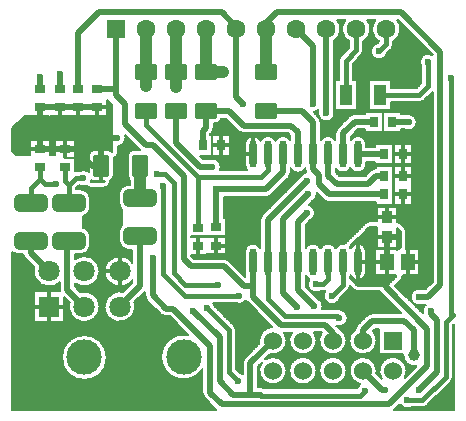
<source format=gtl>
G04*
G04 #@! TF.GenerationSoftware,Altium Limited,Altium Designer,18.0.9 (584)*
G04*
G04 Layer_Physical_Order=1*
G04 Layer_Color=255*
%FSLAX24Y24*%
%MOIN*%
G70*
G01*
G75*
%ADD14C,0.0079*%
G04:AMPARAMS|DCode=16|XSize=110.2mil|YSize=59.1mil|CornerRadius=14.8mil|HoleSize=0mil|Usage=FLASHONLY|Rotation=180.000|XOffset=0mil|YOffset=0mil|HoleType=Round|Shape=RoundedRectangle|*
%AMROUNDEDRECTD16*
21,1,0.1102,0.0295,0,0,180.0*
21,1,0.0807,0.0591,0,0,180.0*
1,1,0.0295,-0.0404,0.0148*
1,1,0.0295,0.0404,0.0148*
1,1,0.0295,0.0404,-0.0148*
1,1,0.0295,-0.0404,-0.0148*
%
%ADD16ROUNDEDRECTD16*%
%ADD17O,0.0236X0.0906*%
%ADD34C,0.0197*%
G04:AMPARAMS|DCode=35|XSize=51.2mil|YSize=72mil|CornerRadius=2.6mil|HoleSize=0mil|Usage=FLASHONLY|Rotation=0.000|XOffset=0mil|YOffset=0mil|HoleType=Round|Shape=RoundedRectangle|*
%AMROUNDEDRECTD35*
21,1,0.0512,0.0669,0,0,0.0*
21,1,0.0461,0.0720,0,0,0.0*
1,1,0.0051,0.0230,-0.0335*
1,1,0.0051,-0.0230,-0.0335*
1,1,0.0051,-0.0230,0.0335*
1,1,0.0051,0.0230,0.0335*
%
%ADD35ROUNDEDRECTD35*%
G04:AMPARAMS|DCode=36|XSize=51.2mil|YSize=72mil|CornerRadius=2.6mil|HoleSize=0mil|Usage=FLASHONLY|Rotation=90.000|XOffset=0mil|YOffset=0mil|HoleType=Round|Shape=RoundedRectangle|*
%AMROUNDEDRECTD36*
21,1,0.0512,0.0669,0,0,90.0*
21,1,0.0461,0.0720,0,0,90.0*
1,1,0.0051,0.0335,0.0230*
1,1,0.0051,0.0335,-0.0230*
1,1,0.0051,-0.0335,-0.0230*
1,1,0.0051,-0.0335,0.0230*
%
%ADD36ROUNDEDRECTD36*%
%ADD37R,0.0354X0.0276*%
%ADD38R,0.0276X0.0354*%
%ADD39R,0.0354X0.0394*%
%ADD40R,0.0453X0.0571*%
%ADD41R,0.0413X0.0689*%
%ADD42C,0.0118*%
%ADD43C,0.0157*%
%ADD44C,0.0394*%
%ADD45C,0.0600*%
%ADD46R,0.0600X0.0600*%
%ADD47C,0.1181*%
%ADD48C,0.0630*%
%ADD49R,0.0630X0.0630*%
%ADD50R,0.0709X0.0709*%
%ADD51C,0.0709*%
%ADD52C,0.0236*%
%ADD53C,0.0394*%
D14*
X46890Y34606D02*
G03*
X46496Y34238I-157J-226D01*
G01*
X45811Y35472D02*
G03*
X45699Y35778I-472J0D01*
G01*
X46437Y33031D02*
G03*
X46604Y33101I0J236D01*
G01*
X46437Y33031D02*
G03*
X46604Y33101I0J236D01*
G01*
X45941Y32136D02*
G03*
X46358Y32372I142J236D01*
G01*
D02*
G03*
X46073Y32647I-276J0D01*
G01*
X45575Y35063D02*
G03*
X45811Y35472I-236J409D01*
G01*
X44978Y35778D02*
G03*
X45097Y35067I361J-305D01*
G01*
X45506Y34807D02*
G03*
X45575Y34974I-167J167D01*
G01*
X45506Y34807D02*
G03*
X45575Y34974I-167J167D01*
G01*
X45032Y35002D02*
G03*
X45366Y34668I67J-267D01*
G01*
X44811Y35472D02*
G03*
X44699Y35778I-472J0D01*
G01*
X44575Y35063D02*
G03*
X44811Y35472I-236J409D01*
G01*
X44506Y34595D02*
G03*
X44575Y34762I-167J167D01*
G01*
X44506Y34595D02*
G03*
X44575Y34762I-167J167D01*
G01*
X43978Y35778D02*
G03*
X44102Y35063I361J-305D01*
G01*
X43811Y35472D02*
G03*
X43699Y35778I-472J0D01*
G01*
X43594Y35075D02*
G03*
X43811Y35472I-256J397D01*
G01*
X43829Y34586D02*
G03*
X43760Y34419I167J-167D01*
G01*
X43829Y34586D02*
G03*
X43760Y34419I167J-167D01*
G01*
X42920Y32708D02*
G03*
X43083Y32782I-26J274D01*
G01*
Y32772D02*
G03*
X43614Y32669I256J-102D01*
G01*
D02*
G03*
X43594Y32772I-276J0D01*
G01*
X44673Y31634D02*
G03*
X44154Y31762I-276J0D01*
G01*
X44291Y32648D02*
G03*
X44110Y32572I0J-256D01*
G01*
X44291Y32648D02*
G03*
X44110Y32573I0J-256D01*
G01*
X44981Y30836D02*
G03*
X44819Y30762I19J-255D01*
G01*
X44981Y30836D02*
G03*
X44819Y30761I19J-255D01*
G01*
X44148Y30849D02*
G03*
X44673Y30965I250J116D01*
G01*
X43717Y32179D02*
G03*
X43642Y31998I181J-181D01*
G01*
X43717Y32179D02*
G03*
X43642Y31998I181J-181D01*
G01*
X43154Y32368D02*
G03*
X43078Y32549I-256J0D01*
G01*
X43154Y32368D02*
G03*
X43079Y32549I-256J0D01*
G01*
X43660Y30825D02*
G03*
X44148Y30849I237J140D01*
G01*
X43642Y31762D02*
G03*
X43154Y31762I-244J-128D01*
G01*
X43022Y29980D02*
G03*
X43020Y30014I-276J0D01*
G01*
X43254Y29780D02*
G03*
X43435Y29705I181J181D01*
G01*
X43254Y29780D02*
G03*
X43435Y29705I181J181D01*
G01*
X42855Y29727D02*
G03*
X43022Y29980I-109J253D01*
G01*
X46004Y28460D02*
G03*
X46014Y28533I-266J73D01*
G01*
D02*
G03*
X46004Y28606I-276J0D01*
G01*
X46650Y26289D02*
G03*
X46551Y26015I170J-217D01*
G01*
X46529Y26801D02*
G03*
X46529Y26289I-102J-256D01*
G01*
X45995Y28159D02*
G03*
X46004Y28219I-188J59D01*
G01*
X45828Y28988D02*
G03*
X45689Y29045I-139J-139D01*
G01*
X46004Y28730D02*
G03*
X45946Y28870I-197J0D01*
G01*
X46004Y28730D02*
G03*
X45946Y28870I-197J0D01*
G01*
X45995Y28159D02*
G03*
X46004Y28219I-188J59D01*
G01*
X45828Y28988D02*
G03*
X45689Y29045I-139J-139D01*
G01*
X45838Y27125D02*
G03*
X45896Y27264I-139J139D01*
G01*
X45113Y26732D02*
G03*
X45134Y26708I202J157D01*
G01*
X47490Y23711D02*
G03*
X47559Y23878I-167J167D01*
G01*
X47490Y23711D02*
G03*
X47559Y23878I-167J167D01*
G01*
X46545Y22864D02*
G03*
X46712Y22933I0J236D01*
G01*
X46545Y22864D02*
G03*
X46712Y22933I0J236D01*
G01*
X45907Y24631D02*
G03*
X46353Y24255I353J-35D01*
G01*
X45798Y22975D02*
G03*
X46185Y22864I246J125D01*
G01*
X45955Y23857D02*
G03*
X46019Y24089I-394J232D01*
G01*
D02*
G03*
X45189Y23823I-457J0D01*
G01*
X44783Y29065D02*
G03*
X44644Y29007I0J-197D01*
G01*
X44783Y29065D02*
G03*
X44644Y29007I0J-197D01*
G01*
X44251Y26790D02*
G03*
X44390Y26732I139J139D01*
G01*
X44251Y26790D02*
G03*
X44390Y26732I139J139D01*
G01*
X44005Y28368D02*
G03*
X43968Y28318I139J-139D01*
G01*
X44065Y26782D02*
G03*
X44131Y26910I-167J167D01*
G01*
X44065Y26782D02*
G03*
X44131Y26910I-167J167D01*
G01*
X44005Y28368D02*
G03*
X43968Y28318I139J-139D01*
G01*
X44872Y26004D02*
G03*
X44691Y25929I0J-256D01*
G01*
X44872Y26004D02*
G03*
X44691Y25929I0J-256D01*
G01*
X44380Y25618D02*
G03*
X44307Y25469I181J-181D01*
G01*
X44380Y25618D02*
G03*
X44307Y25469I181J-181D01*
G01*
X43968Y28318D02*
G03*
X43648Y28167I-71J-266D01*
G01*
X43228Y26732D02*
G03*
X43311Y26747I0J236D01*
G01*
X43648Y28167D02*
G03*
X43148Y28167I-250J-116D01*
G01*
X43228Y26732D02*
G03*
X43311Y26747I0J236D01*
G01*
X44055Y25846D02*
G03*
X43834Y26117I-276J0D01*
G01*
X43311Y26747D02*
G03*
X43801Y26518I223J-163D01*
G01*
X43834Y26117D02*
G03*
X43711Y26152I-124J-201D01*
G01*
X43834Y26117D02*
G03*
X43711Y26152I-124J-201D01*
G01*
X43768Y25496D02*
G03*
X43742Y25527I-207J-150D01*
G01*
X44019Y25089D02*
G03*
X43768Y25496I-457J0D01*
G01*
X43680Y25590D02*
G03*
X44055Y25846I100J257D01*
G01*
X43768Y25496D02*
G03*
X43742Y25528I-207J-150D01*
G01*
X43218Y26240D02*
G03*
X43052Y26493I-276J0D01*
G01*
X43204Y26152D02*
G03*
X43218Y26240I-261J89D01*
G01*
X44307Y25469D02*
G03*
X45019Y25089I254J-381D01*
G01*
D02*
G03*
X44891Y25405I-457J0D01*
G01*
X45019Y24089D02*
G03*
X44467Y23641I-457J0D01*
G01*
X45010Y24001D02*
G03*
X45019Y24089I-449J87D01*
G01*
X44467Y23641D02*
G03*
X44362Y23494I159J-225D01*
G01*
X43190Y25356D02*
G03*
X44019Y25089I371J-267D01*
G01*
X43018D02*
G03*
X42926Y25364I-457J0D01*
G01*
X44019Y24089D02*
G03*
X44019Y24089I-457J0D01*
G01*
X42142Y31762D02*
G03*
X41648Y31750I-244J-128D01*
G01*
D02*
G03*
X41148Y31750I-250J-116D01*
G01*
X42642Y30801D02*
G03*
X42668Y30687I256J0D01*
G01*
X42642Y30801D02*
G03*
X42668Y30687I256J0D01*
G01*
X42154Y30837D02*
G03*
X42642Y30837I244J128D01*
G01*
X42668Y30687D02*
G03*
X42444Y30522I29J-274D01*
G01*
X42078Y30516D02*
G03*
X42154Y30697I-181J181D01*
G01*
X42079Y30516D02*
G03*
X42154Y30697I-181J181D01*
G01*
X40410Y32073D02*
G03*
X40591Y31998I181J181D01*
G01*
X40409Y32073D02*
G03*
X40591Y31998I181J181D01*
G01*
X41148Y31750D02*
G03*
X40622Y31634I-250J-116D01*
G01*
X39665Y32332D02*
G03*
X39847Y32490I0J183D01*
G01*
X40622Y30965D02*
G03*
X40695Y30778I276J0D01*
G01*
X39801D02*
G03*
X39823Y30886I-253J108D01*
G01*
D02*
G03*
X39445Y31142I-276J0D01*
G01*
X42805Y29097D02*
G03*
X42972Y29350I-109J253D01*
G01*
D02*
G03*
X42749Y29621I-276J0D01*
G01*
X41329Y29872D02*
G03*
X41510Y29947I0J256D01*
G01*
X41329Y29872D02*
G03*
X41510Y29947I0J256D01*
G01*
X41217Y29295D02*
G03*
X41142Y29114I181J-181D01*
G01*
X41217Y29295D02*
G03*
X41142Y29114I181J-181D01*
G01*
X43148Y28167D02*
G03*
X42654Y28179I-250J-116D01*
G01*
Y27254D02*
G03*
X42773Y27136I244J128D01*
G01*
X41142Y28179D02*
G03*
X40622Y28051I-244J-128D01*
G01*
Y27382D02*
G03*
X40642Y27280I276J0D01*
G01*
X40113Y27750D02*
G03*
X39932Y27825I-181J-181D01*
G01*
X40113Y27750D02*
G03*
X39932Y27825I-181J-181D01*
G01*
X39511Y32004D02*
G03*
X39587Y32185I-181J181D01*
G01*
X39512Y32004D02*
G03*
X39587Y32185I-181J181D01*
G01*
X36654Y31841D02*
G03*
X36635Y31940I-276J0D01*
G01*
X36407Y31567D02*
G03*
X36654Y31841I-30J274D01*
G01*
X36906Y31443D02*
G03*
X36723Y31260I0J-183D01*
G01*
Y30591D02*
G03*
X36781Y30456I183J0D01*
G01*
X36732Y30285D02*
G03*
X36427Y29980I0J-305D01*
G01*
Y29685D02*
G03*
X36516Y29470I305J0D01*
G01*
X36250Y31180D02*
G03*
X36407Y31373I-39J193D01*
G01*
X36250Y31180D02*
G03*
X36407Y31373I-39J193D01*
G01*
X36145Y30425D02*
G03*
X36250Y30591I-78J165D01*
G01*
X36088Y30268D02*
G03*
X36146Y30407I-139J139D01*
G01*
X36088Y30268D02*
G03*
X36146Y30407I-139J139D01*
G01*
X35925Y30187D02*
G03*
X36064Y30245I0J197D01*
G01*
X35353Y30248D02*
G03*
X35495Y30187I142J136D01*
G01*
X35353Y30248D02*
G03*
X35495Y30187I142J136D01*
G01*
X35104Y30266D02*
G03*
X35353Y30248I142J236D01*
G01*
X35925Y30187D02*
G03*
X36064Y30245I0J197D01*
G01*
X35236Y29230D02*
G03*
X35472Y29528I-69J297D01*
G01*
Y29823D02*
G03*
X35167Y30128I-305J0D01*
G01*
X36427Y28425D02*
G03*
X36732Y28120I305J0D01*
G01*
X36516Y28935D02*
G03*
X36427Y28720I217J-215D01*
G01*
X36880Y27689D02*
G03*
X36880Y27114I-423J-288D01*
G01*
X35472Y28563D02*
G03*
X35236Y28860I-305J0D01*
G01*
X35167Y27963D02*
G03*
X35472Y28268I0J305D01*
G01*
X32874Y28043D02*
G03*
X33081Y27963I207J224D01*
G01*
X35787Y27402D02*
G03*
X34961Y27805I-512J0D01*
G01*
Y26998D02*
G03*
X35787Y27402I315J403D01*
G01*
X33600Y27534D02*
G03*
X34449Y27032I494J-132D01*
G01*
X33233Y27963D02*
G03*
X33304Y27831I251J49D01*
G01*
X33233Y27963D02*
G03*
X33303Y27831I251J49D01*
G01*
X42773Y27136D02*
G03*
X43134Y26732I219J-167D01*
G01*
X42018Y25089D02*
G03*
X41933Y25354I-457J0D01*
G01*
X41534Y25545D02*
G03*
X41112Y25001I27J-457D01*
G01*
X40669Y26428D02*
G03*
X40717Y26362I228J116D01*
G01*
X40669Y26428D02*
G03*
X40717Y26362I228J116D01*
G01*
X42189Y25354D02*
G03*
X43018Y25089I372J-266D01*
G01*
X41474Y24639D02*
G03*
X42018Y25089I87J449D01*
G01*
X40301Y26348D02*
G03*
X40669Y26428I142J236D01*
G01*
X39618Y26248D02*
G03*
X39569Y26348I-267J-67D01*
G01*
X40335Y25433D02*
G03*
X40265Y25600I-236J0D01*
G01*
X40335Y25433D02*
G03*
X40265Y25600I-236J0D01*
G01*
X38741Y25277D02*
G03*
X39213Y24142I-159J-731D01*
G01*
X38741Y25277D02*
G03*
X39213Y24142I-159J-731D01*
G01*
X42018Y24089D02*
G03*
X41295Y24461I-457J0D01*
G01*
X40626Y24516D02*
G03*
X40551Y24335I181J-181D01*
G01*
X43018Y24089D02*
G03*
X43018Y24089I-457J0D01*
G01*
X41189Y24354D02*
G03*
X42018Y24089I372J-266D01*
G01*
X41298Y23494D02*
G03*
X41161Y23533I-136J-217D01*
G01*
X40626Y24516D02*
G03*
X40551Y24335I181J-181D01*
G01*
Y23979D02*
G03*
X40480Y24008I-138J-239D01*
G01*
X39213Y23346D02*
G03*
X39288Y23166I256J0D01*
G01*
X39213Y23346D02*
G03*
X39288Y23165I256J0D01*
G01*
X37303Y26594D02*
G03*
X37378Y26413I256J0D01*
G01*
X37303Y26594D02*
G03*
X37378Y26414I256J0D01*
G01*
X36573Y26719D02*
G03*
X36969Y26220I-117J-498D01*
G01*
D02*
G03*
X36947Y26368I-512J0D01*
G01*
X34449Y26791D02*
G03*
X34456Y26732I256J0D01*
G01*
X34449Y26791D02*
G03*
X34456Y26732I256J0D01*
G01*
X35787Y26220D02*
G03*
X35143Y26715I-512J0D01*
G01*
X34781Y26353D02*
G03*
X35787Y26220I494J-132D01*
G01*
X37821Y25971D02*
G03*
X38002Y25896I181J181D01*
G01*
X37821Y25971D02*
G03*
X38002Y25896I181J181D01*
G01*
X36024Y24528D02*
G03*
X36024Y24528I-748J0D01*
G01*
D02*
G03*
X36024Y24528I-748J0D01*
G01*
X44673Y28051D02*
G03*
X44148Y28167I-276J0D01*
G01*
Y27266D02*
G03*
X44673Y27382I250J116D01*
G01*
X36211Y31373D02*
G03*
X36067Y31443I-144J-113D01*
G01*
X35606D02*
G03*
X35423Y31260I0J-183D01*
G01*
X35513Y30433D02*
G03*
X35606Y30407I93J158D01*
G01*
X35495Y30384D02*
G03*
X35513Y30433I-249J118D01*
G01*
X35423Y30713D02*
G03*
X35104Y30738I-177J-211D01*
G01*
X46476Y34482D02*
Y35032D01*
X46535Y34573D02*
Y34973D01*
X46417Y33582D02*
Y35091D01*
X46358Y33523D02*
Y35150D01*
X46299Y33504D02*
Y35209D01*
X45722Y35197D02*
X46311D01*
X45672Y35138D02*
X46370D01*
X45758Y35256D02*
X46252D01*
X45731Y35778D02*
X46890Y34618D01*
X45600Y35079D02*
X46430D01*
X46713Y34655D02*
Y34796D01*
X46772Y34653D02*
Y34737D01*
X46653Y34644D02*
Y34855D01*
X46831Y34637D02*
Y34678D01*
X46594Y34619D02*
Y34914D01*
X46496Y33661D02*
Y34238D01*
X46339Y33504D02*
X46496Y33661D01*
X46476Y33641D02*
Y34278D01*
X45791Y35610D02*
X45898D01*
X45804Y35551D02*
X45957D01*
X45768Y35669D02*
X45839D01*
X45945Y33504D02*
Y35563D01*
X45827Y33504D02*
Y35681D01*
X45736Y35728D02*
X45780D01*
X45699Y35778D02*
X45731D01*
X45768Y35670D02*
Y35741D01*
X46063Y33504D02*
Y35445D01*
X46122Y33504D02*
Y35386D01*
X46004Y33504D02*
Y35504D01*
X46240Y33504D02*
Y35268D01*
X46181Y33504D02*
Y35327D01*
X45809Y35433D02*
X46075D01*
X45811Y35492D02*
X46016D01*
X45784Y35315D02*
X46193D01*
X45801Y35374D02*
X46134D01*
X46751Y33248D02*
X46890D01*
X46692Y33189D02*
X46890D01*
X46810Y33307D02*
X46890D01*
X46604Y33101D02*
X46890Y33386D01*
X46633Y33130D02*
X46890D01*
X46567Y33071D02*
X46890D01*
X45837Y32716D02*
X46890D01*
X46358Y32379D02*
Y33031D01*
X46336Y32480D02*
X46890D01*
X46354Y32421D02*
X46890D01*
X46302Y32539D02*
X46890D01*
X46350Y32303D02*
X46890D01*
X46358Y32362D02*
X46890D01*
X46240Y32598D02*
X46890D01*
X45837Y32657D02*
X46890D01*
X46063Y32648D02*
Y33031D01*
X46122Y32645D02*
Y33031D01*
X46004Y32648D02*
Y33031D01*
X46240Y32598D02*
Y33031D01*
X46181Y32629D02*
Y33031D01*
X45709Y33504D02*
Y35179D01*
X45650Y33504D02*
Y35117D01*
X45886Y33504D02*
Y35622D01*
X45768Y33504D02*
Y35275D01*
X45886Y32648D02*
Y33031D01*
X45837Y32648D02*
X46063D01*
X45837D02*
Y32726D01*
X46299Y32543D02*
Y33031D01*
X45945Y32648D02*
Y33031D01*
X45709Y32726D02*
Y33031D01*
X45650Y32726D02*
Y33031D01*
X45827Y32726D02*
Y33031D01*
X45768Y32726D02*
Y33031D01*
X45574Y34961D02*
X46548D01*
X45563Y34902D02*
X46607D01*
X45575Y35020D02*
X46489D01*
X45482Y34783D02*
X46725D01*
X45535Y34842D02*
X46666D01*
X45423Y34724D02*
X46784D01*
X45365Y34665D02*
X46843D01*
X45342Y34606D02*
X46575D01*
X45301Y34547D02*
X46513D01*
X45222Y34488D02*
X46479D01*
X44232Y33957D02*
X46496D01*
X44232Y33898D02*
X46496D01*
X44232Y34016D02*
X46496D01*
X44232Y33779D02*
X46496D01*
X44232Y33839D02*
X46496D01*
X44232Y34193D02*
X46496D01*
X44232Y34252D02*
X46488D01*
X44232Y34075D02*
X46496D01*
X44232Y34134D02*
X46496D01*
X45032Y35002D02*
X45097Y35067D01*
X45059Y35029D02*
Y35092D01*
X45575Y34974D02*
Y35063D01*
X45000Y34992D02*
Y35143D01*
X44600Y35079D02*
X45078D01*
X44672Y35138D02*
X45005D01*
X44575Y35020D02*
X45050D01*
X45366Y34668D02*
X45506Y34807D01*
X45413Y33770D02*
Y34715D01*
X45177Y33770D02*
Y34470D01*
X44340Y34429D02*
X46461D01*
X44232Y34311D02*
X46465D01*
X44281Y34370D02*
X46457D01*
X45590Y33504D02*
Y35073D01*
X45502Y33720D02*
X46496D01*
X45531Y33504D02*
Y34838D01*
X45590Y32726D02*
Y33031D01*
X45502Y33504D02*
Y33770D01*
Y33661D02*
X46496D01*
X45502Y33602D02*
X46438D01*
X44774Y33770D02*
X45502D01*
Y33543D02*
X46378D01*
X45502Y33504D02*
X46339D01*
X45502Y33012D02*
X46890D01*
X45502Y32953D02*
X46890D01*
X45502Y33031D02*
X46437D01*
X45502Y32894D02*
X46890D01*
X45531Y32726D02*
Y33031D01*
X45502Y32776D02*
X46890D01*
X45502Y32835D02*
X46890D01*
X45246Y32726D02*
X45837D01*
X44774Y32766D02*
X45502D01*
X45472Y33770D02*
Y34774D01*
X45354Y33770D02*
Y34632D01*
X45295Y33770D02*
Y34541D01*
X45502Y32766D02*
Y33031D01*
X45354Y32726D02*
Y32766D01*
X45118Y33770D02*
Y34459D01*
X45059Y33770D02*
Y34462D01*
X45295Y32726D02*
Y32766D01*
X45236Y33770D02*
Y34496D01*
X45413Y32726D02*
Y32766D01*
X45472Y32726D02*
Y32766D01*
X45246Y32057D02*
Y32726D01*
X45236Y31634D02*
Y32766D01*
X45227Y32057D02*
Y32726D01*
X44636D02*
X45227D01*
X45059D02*
Y32766D01*
X45177Y32726D02*
Y32766D01*
X45118Y32726D02*
Y32766D01*
X46285Y32185D02*
X46890D01*
X46207Y32126D02*
X46890D01*
X46327Y32244D02*
X46890D01*
X46181Y30915D02*
Y32115D01*
X46181Y30965D02*
Y31634D01*
Y31594D02*
X46890D01*
X46181Y31535D02*
X46890D01*
X45837Y32067D02*
X46890D01*
X46181Y31417D02*
X46890D01*
X46181Y31476D02*
X46890D01*
X46181Y31299D02*
X46890D01*
X46181Y31240D02*
X46890D01*
X46181Y31358D02*
X46890D01*
X46181Y31004D02*
X46890D01*
X46181Y31181D02*
X46890D01*
X46181Y31122D02*
X46890D01*
X46181Y31063D02*
X46890D01*
X46122Y30915D02*
Y30965D01*
X45945Y31634D02*
Y32133D01*
X46004Y31634D02*
Y32108D01*
X45886Y31634D02*
Y32136D01*
X46122Y31634D02*
Y32099D01*
X46063Y31634D02*
Y32097D01*
X45837Y32126D02*
X45959D01*
X45837Y32136D02*
X45941D01*
X45837Y32057D02*
Y32136D01*
X45709Y31634D02*
Y32057D01*
X45827Y31634D02*
Y32057D01*
X46063Y30915D02*
Y30965D01*
X45886Y30915D02*
Y30965D01*
X45827Y30915D02*
Y30965D01*
X45768Y31634D02*
Y32057D01*
Y30915D02*
Y30965D01*
X45709Y30915D02*
Y30965D01*
X46181Y30531D02*
X46890D01*
X46181Y30472D02*
X46890D01*
X46181Y30590D02*
X46890D01*
X46181Y30354D02*
X46890D01*
X46181Y30413D02*
X46890D01*
X46181Y30827D02*
X46890D01*
X46181Y30768D02*
X46890D01*
X46181Y30886D02*
X46890D01*
X46181Y30650D02*
X46890D01*
X46181Y30709D02*
X46890D01*
X46181Y30236D02*
X46890D01*
X46181Y30177D02*
X46890D01*
X46181Y30295D02*
X46890D01*
X46181Y30059D02*
X46890D01*
X46181Y30118D02*
X46890D01*
X46181Y29705D02*
X46890D01*
X46181Y29764D02*
X46890D01*
X45689Y29527D02*
X46890D01*
X46181Y29646D02*
X46890D01*
X46181Y30246D02*
Y30295D01*
Y30246D02*
Y30295D01*
Y30915D01*
Y30000D02*
X46890D01*
X46181Y29626D02*
Y30246D01*
X46004Y30915D02*
Y30965D01*
X45945Y30915D02*
Y30965D01*
X46181Y29941D02*
X46890D01*
X46181Y29882D02*
X46890D01*
X46181Y29823D02*
X46890D01*
X45689Y29409D02*
X46890D01*
X45689Y29468D02*
X46890D01*
X45689Y29232D02*
X46890D01*
X45689Y29350D02*
X46890D01*
X44662Y31713D02*
X46890D01*
X44673Y31653D02*
X46890D01*
X45246Y32057D02*
X45837D01*
X45650Y31634D02*
Y32057D01*
X45590Y31634D02*
Y32057D01*
X44210Y31949D02*
X46890D01*
X44500Y31890D02*
X46890D01*
X44269Y32008D02*
X46890D01*
X44636Y31772D02*
X46890D01*
X44591Y31831D02*
X46890D01*
X45590Y31634D02*
X46181D01*
X45590Y30965D02*
Y31634D01*
X45591Y30915D02*
X46181D01*
X45650D02*
Y30965D01*
X45590D02*
X46181D01*
X44980D02*
X45571D01*
X44673Y30945D02*
X46890D01*
X44981Y30915D02*
X45571D01*
X45354Y31634D02*
Y32057D01*
X45413Y31634D02*
Y32057D01*
X45295Y31634D02*
Y32057D01*
X45531Y31634D02*
Y32057D01*
X45472Y31634D02*
Y32057D01*
X44636D02*
X45227D01*
X45059Y31634D02*
Y32057D01*
X45177Y31634D02*
Y32057D01*
X45118Y31634D02*
Y32057D01*
X45571Y30965D02*
Y31634D01*
X45531Y30915D02*
Y30965D01*
X45472Y30915D02*
Y30965D01*
X45413Y30915D02*
Y30965D01*
X45354Y30915D02*
Y30965D01*
X44980Y31634D02*
X45571D01*
X45059Y30915D02*
Y30965D01*
X45295Y30915D02*
Y30965D01*
X45177Y30915D02*
Y30965D01*
X45591Y30295D02*
Y30915D01*
Y30246D02*
Y30295D01*
Y30246D02*
Y30295D01*
X45590Y29557D02*
Y30965D01*
X45571Y30246D02*
Y30295D01*
Y30915D01*
Y29626D02*
Y30246D01*
Y30295D01*
X45591Y29626D02*
X46181D01*
X45591D02*
Y30246D01*
X45689Y29291D02*
X46890D01*
X45650Y29557D02*
Y29626D01*
X42839Y29587D02*
X46890D01*
X44981Y29626D02*
X45571D01*
X45020Y29557D02*
X45689D01*
X45354D02*
Y29626D01*
X45413Y29557D02*
Y29626D01*
X45295Y29557D02*
Y29626D01*
X45531Y29557D02*
Y29626D01*
X45472Y29557D02*
Y29626D01*
X45236Y30915D02*
Y30965D01*
X45118Y30915D02*
Y30965D01*
X45236Y29557D02*
Y29626D01*
X45177Y29557D02*
Y29626D01*
X45059Y29557D02*
Y29626D01*
X45118Y29557D02*
Y29626D01*
X42966Y29409D02*
X45020D01*
X42972Y29350D02*
X45020D01*
X42946Y29468D02*
X45020D01*
X42908Y29527D02*
X45020D01*
X42946Y29232D02*
X45020D01*
X42966Y29291D02*
X45020D01*
X44882Y35593D02*
Y35778D01*
X44941Y35727D02*
Y35778D01*
X44804Y35551D02*
X44873D01*
X44809Y35433D02*
X44868D01*
X44811Y35492D02*
X44867D01*
X44699Y35778D02*
X44978D01*
X44736Y35728D02*
X44941D01*
X44768Y35669D02*
X44909D01*
X44791Y35610D02*
X44887D01*
X44801Y35374D02*
X44877D01*
X44758Y35256D02*
X44919D01*
X44722Y35197D02*
X44955D01*
X44784Y35315D02*
X44893D01*
X44941Y34960D02*
Y35217D01*
X44882Y34905D02*
Y35352D01*
X44575Y34961D02*
X44941D01*
X44575Y34902D02*
X44879D01*
X44399Y34488D02*
X44974D01*
X44458Y34547D02*
X44896D01*
X44764Y35679D02*
Y35778D01*
X44823Y33770D02*
Y35778D01*
X44102Y34860D02*
Y35063D01*
X44055Y34812D02*
Y35095D01*
X43937Y35721D02*
Y35778D01*
X43996Y34753D02*
Y35147D01*
X43937Y34694D02*
Y35224D01*
X44575Y34842D02*
X44845D01*
X44575Y34783D02*
X44827D01*
X44575Y34762D02*
Y35063D01*
X44554Y34665D02*
X44832D01*
X44572Y34724D02*
X44823D01*
X44516Y34606D02*
X44854D01*
X44232Y34321D02*
X44506Y34595D01*
X44941Y33770D02*
Y34508D01*
X45000Y33770D02*
Y34477D01*
X44882Y33770D02*
Y34564D01*
X44774Y32766D02*
Y33770D01*
X44360Y33720D02*
X44774D01*
X44360Y33602D02*
X44774D01*
X44360Y33543D02*
X44774D01*
X44360Y33661D02*
X44774D01*
X44360Y33425D02*
X44774D01*
X44360Y33484D02*
X44774D01*
X44360Y33071D02*
X44774D01*
X44360Y33012D02*
X44774D01*
X44360Y33130D02*
X44774D01*
X44941Y32726D02*
Y32766D01*
X44360Y32776D02*
X44774D01*
X44360Y33307D02*
X44774D01*
X44360Y33366D02*
X44774D01*
X44360Y33189D02*
X44774D01*
X44360Y33248D02*
X44774D01*
X44764Y32726D02*
Y35266D01*
X44705Y32726D02*
Y35174D01*
X44646Y32726D02*
Y35113D01*
X44587Y32648D02*
Y35070D01*
X44527Y32648D02*
Y34620D01*
X44350Y33770D02*
Y34439D01*
X44291Y33770D02*
Y34380D01*
X44468Y32648D02*
Y34558D01*
X44409Y32648D02*
Y34499D01*
X44360Y32894D02*
X44774D01*
X44360Y32835D02*
X44774D01*
X44360Y32953D02*
X44774D01*
X44360Y32766D02*
Y33770D01*
X44350Y32648D02*
Y32766D01*
X44232Y33770D02*
X44360D01*
X44232D02*
Y34321D01*
X44291Y32648D02*
Y32766D01*
X44173Y32619D02*
Y32766D01*
X43768Y35669D02*
X43909D01*
X43784Y35315D02*
X43893D01*
X43790Y35610D02*
X43887D01*
X43878Y34635D02*
Y35368D01*
X43699Y35778D02*
X43978D01*
X43736Y35728D02*
X43941D01*
X43758Y35256D02*
X43919D01*
X43672Y35138D02*
X44005D01*
X43722Y35197D02*
X43955D01*
X43594Y35020D02*
X44102D01*
X43594Y34961D02*
X44102D01*
X43600Y35079D02*
X44078D01*
X43829Y34586D02*
X44102Y34860D01*
X43594Y34902D02*
X44102D01*
X43594Y34842D02*
X44085D01*
X43594Y34783D02*
X44026D01*
X43594Y34724D02*
X43967D01*
X43594Y34665D02*
X43908D01*
X43878Y35577D02*
Y35778D01*
X43804Y35551D02*
X43873D01*
X43811Y35492D02*
X43867D01*
X43809Y35433D02*
X43868D01*
X43819Y34575D02*
Y35778D01*
X43760Y35686D02*
Y35778D01*
X43801Y35374D02*
X43877D01*
X43594Y34606D02*
X43849D01*
X43594Y34547D02*
X43797D01*
X43594Y34488D02*
X43770D01*
X43594Y34429D02*
X43760D01*
X43594Y34370D02*
X43760D01*
X43594Y34252D02*
X43760D01*
X43594Y34311D02*
X43760D01*
X43701Y33770D02*
Y35169D01*
X43594Y34193D02*
X43760D01*
X43642Y33770D02*
Y35110D01*
X43760Y33770D02*
Y34419D01*
X43760Y33770D02*
Y35258D01*
X43594Y34075D02*
X43760D01*
X43594Y34134D02*
X43760D01*
X43594Y33957D02*
X43760D01*
X43594Y34016D02*
X43760D01*
X43594Y33839D02*
X43760D01*
X43594Y33779D02*
X43760D01*
X43594Y33898D02*
X43760D01*
X43632Y33770D02*
X43760D01*
X43760Y32222D02*
Y32766D01*
X43594Y33661D02*
X43632D01*
X43594Y33720D02*
X43632D01*
X43594Y33543D02*
X43632D01*
X43594Y33602D02*
X43632D01*
X43594Y33425D02*
X43632D01*
X43594Y33366D02*
X43632D01*
X43594Y33484D02*
X43632D01*
Y32766D02*
Y33770D01*
X43594Y32772D02*
Y35075D01*
Y33248D02*
X43632D01*
X43594Y33307D02*
X43632D01*
X43594Y33130D02*
X43632D01*
X43594Y33189D02*
X43632D01*
X43594Y33012D02*
X43632D01*
X43594Y32953D02*
X43632D01*
X43594Y33071D02*
X43632D01*
X43594Y32835D02*
X43632D01*
X43594Y32894D02*
X43632D01*
X43594Y32776D02*
X43632D01*
X44882Y32726D02*
Y32766D01*
X45000Y32726D02*
Y32766D01*
X44823Y32726D02*
Y32766D01*
X44882Y31555D02*
Y32057D01*
X44636Y32648D02*
Y32726D01*
X44397Y32136D02*
X44636D01*
X44387Y32126D02*
X44636D01*
X44291Y32648D02*
X44636D01*
Y32057D02*
Y32136D01*
X44328Y32067D02*
X44636D01*
X45000Y31634D02*
Y32057D01*
X44980Y31555D02*
Y31634D01*
X44764Y31555D02*
Y32057D01*
X44673Y31555D02*
X44980D01*
X44705D02*
Y32057D01*
X44646Y31754D02*
Y32057D01*
X44673Y31594D02*
X44980D01*
X44673Y31555D02*
Y31634D01*
X44232Y32641D02*
Y32766D01*
X44409Y31909D02*
Y32136D01*
X44114Y32576D02*
Y32766D01*
X44468Y31900D02*
Y32136D01*
X44154Y31892D02*
X44397Y32136D01*
X44055Y32517D02*
Y32766D01*
X43996Y32458D02*
Y32766D01*
X44527Y31877D02*
Y32136D01*
X44350Y31905D02*
Y32089D01*
X44291Y31888D02*
Y32030D01*
X44587Y31835D02*
Y32136D01*
X44232Y31854D02*
Y31971D01*
X44154Y31890D02*
X44295D01*
X44154Y31831D02*
X44205D01*
X44173Y31794D02*
Y31912D01*
X44154Y31762D02*
Y31892D01*
X44980Y30965D02*
Y31043D01*
X45000Y30915D02*
Y30965D01*
X44941Y31555D02*
Y32057D01*
X44981Y30836D02*
Y30915D01*
X44941Y30830D02*
Y31043D01*
X44673D02*
X44980D01*
X44673Y31004D02*
X44980D01*
X44823Y31555D02*
Y32057D01*
X44882Y30808D02*
Y31043D01*
X44823Y30765D02*
Y31043D01*
X45000Y30837D02*
Y30915D01*
X44662Y30886D02*
X44981D01*
Y29626D02*
Y29705D01*
X44636Y30827D02*
X44929D01*
X44590Y30768D02*
X44825D01*
X44618Y30561D02*
X44819Y30761D01*
X44500Y30709D02*
X44766D01*
X44705Y30647D02*
Y31043D01*
X44764Y30706D02*
Y31043D01*
X44673Y30965D02*
Y31043D01*
X44646Y30588D02*
Y30844D01*
X44587Y30561D02*
Y30764D01*
X44090Y30768D02*
X44205D01*
X44173Y30561D02*
Y30805D01*
X44114Y30561D02*
Y30794D01*
X44350Y30561D02*
Y30693D01*
X44409Y30561D02*
Y30689D01*
X44291Y30561D02*
Y30710D01*
X44527Y30561D02*
Y30721D01*
X44468Y30561D02*
Y30698D01*
X44000Y30709D02*
X44296D01*
X44232Y30561D02*
Y30744D01*
X44055Y30561D02*
Y30738D01*
X43996Y30561D02*
Y30707D01*
X43878Y32340D02*
Y32766D01*
X43937Y32399D02*
Y32766D01*
X43819Y32281D02*
Y32766D01*
X43717Y32179D02*
X44110Y32572D01*
X43701Y32161D02*
Y32766D01*
X43610Y32716D02*
X44636D01*
X43614Y32657D02*
X44636D01*
X43632Y32766D02*
X44360D01*
X43605Y32598D02*
X44140D01*
X43582Y32539D02*
X44077D01*
X43539Y32480D02*
X44018D01*
X43459Y32421D02*
X43959D01*
X43154Y32362D02*
X43900D01*
X43154Y32303D02*
X43841D01*
X43154Y32244D02*
X43782D01*
X43154Y32185D02*
X43723D01*
X43154Y32126D02*
X43676D01*
X43029Y32598D02*
X43072D01*
X43051Y32577D02*
Y32756D01*
X43464Y31901D02*
Y32424D01*
X42966Y32716D02*
X43067D01*
X42970Y32657D02*
X43063D01*
X42920Y32708D02*
X43078Y32549D01*
X42992Y32636D02*
Y32725D01*
X43405Y31909D02*
Y32402D01*
X43154Y32067D02*
X43651D01*
X43346Y31905D02*
Y32394D01*
X43500Y31890D02*
X43642D01*
X43287Y31886D02*
Y32399D01*
X43154Y32008D02*
X43642D01*
X43148Y32421D02*
X43219D01*
X43154Y31949D02*
X43642D01*
X43154Y31890D02*
X43295D01*
X43660Y30709D02*
X43795D01*
X43660Y30698D02*
Y30825D01*
X43760Y30598D02*
Y30726D01*
X43701Y30657D02*
Y30772D01*
X43642Y31762D02*
Y31998D01*
X43591Y31831D02*
X43642D01*
X43660Y30768D02*
X43705D01*
X43767Y30590D02*
X44648D01*
X43797Y30561D02*
X44618D01*
X43819D02*
Y30700D01*
X43937Y30561D02*
Y30692D01*
X43878Y30561D02*
Y30690D01*
X43708Y30650D02*
X44707D01*
X43660Y30698D02*
X43797Y30561D01*
X42832Y29705D02*
X44981D01*
X43435Y29705D02*
X44981D01*
X43583Y31838D02*
Y32541D01*
X43524Y31879D02*
Y32465D01*
X43228Y31851D02*
Y32417D01*
X43642Y31762D02*
Y32766D01*
X43169Y31788D02*
Y32452D01*
X43154Y31831D02*
X43205D01*
X43154Y31762D02*
Y32368D01*
X43020Y30014D02*
X43254Y29780D01*
X43003Y29882D02*
X43152D01*
X42972Y29823D02*
X43211D01*
X43019Y29941D02*
X43093D01*
X42916Y29764D02*
X43272D01*
X42933Y29492D02*
Y29778D01*
X42874Y29562D02*
Y29736D01*
X46014Y28524D02*
X46890D01*
X46005Y28465D02*
X46890D01*
X46009Y28583D02*
X46890D01*
X46447Y28110D02*
X46890D01*
X46004Y28228D02*
X46890D01*
X46004Y28642D02*
X46890D01*
X46004Y28405D02*
X46890D01*
X46004Y28701D02*
X46890D01*
X46004Y28287D02*
X46890D01*
X46004Y28346D02*
X46890D01*
X46447Y27579D02*
X46890D01*
X46447Y27520D02*
X46890D01*
X46447Y27638D02*
X46890D01*
X46447Y27342D02*
X46890D01*
X46447Y27402D02*
X46890D01*
X46447Y27992D02*
X46890D01*
X46447Y28051D02*
X46890D01*
X46447Y27874D02*
X46890D01*
X46447Y27933D02*
X46890D01*
X46299Y28159D02*
Y32201D01*
X46240Y28159D02*
Y32146D01*
X46181Y28159D02*
Y29626D01*
X46417Y28159D02*
Y33031D01*
X46358Y28159D02*
Y32365D01*
X46122Y28159D02*
Y29626D01*
X46063Y28159D02*
Y29626D01*
X46447Y27756D02*
X46890D01*
X46447Y27697D02*
X46890D01*
X46447Y27815D02*
X46890D01*
X46447Y27283D02*
X46890D01*
X46447Y27461D02*
X46890D01*
X46004Y28219D02*
Y28460D01*
X46890Y27055D02*
Y33386D01*
X46890Y27055D02*
Y33386D01*
X46831Y26996D02*
Y33327D01*
X46772Y26937D02*
Y33268D01*
X46713Y26878D02*
Y33209D01*
X46653Y26818D02*
Y33150D01*
X46636Y26801D02*
X46890Y27055D01*
X46500Y26811D02*
X46646D01*
X46594Y26801D02*
Y33092D01*
X46535Y26801D02*
Y33053D01*
X46529Y26801D02*
X46636D01*
X46529Y26289D02*
X46650D01*
X46594Y26230D02*
Y26289D01*
X46535Y26031D02*
Y26289D01*
X46500Y26279D02*
X46639D01*
X46346Y26220D02*
X46588D01*
X46405Y26161D02*
X46560D01*
X46464Y26102D02*
X46547D01*
X46476Y26816D02*
Y33035D01*
X46447Y27274D02*
Y28159D01*
X46417Y26821D02*
Y27274D01*
X46358Y26812D02*
Y27274D01*
X46299Y26789D02*
Y27274D01*
X46240Y26748D02*
Y27274D01*
X46181Y26669D02*
Y27274D01*
X46122Y26445D02*
Y27274D01*
X46063Y26504D02*
Y27274D01*
X46287Y26279D02*
X46354D01*
X46358Y26208D02*
Y26278D01*
X46299Y26268D02*
Y26301D01*
X46476Y26090D02*
Y26274D01*
X46417Y26149D02*
Y26270D01*
X46110Y26457D02*
X46166D01*
X46051Y26516D02*
X46153D01*
X46181Y26386D02*
Y26421D01*
X45983Y28819D02*
X46890D01*
X46002Y28760D02*
X46890D01*
X45938Y28878D02*
X46890D01*
X45998Y28169D02*
X46890D01*
X45689Y29114D02*
X46890D01*
X45689Y29055D02*
X46890D01*
X45689Y29173D02*
X46890D01*
X45879Y28937D02*
X46890D01*
X45819Y28996D02*
X46890D01*
X45895Y27274D02*
X46447D01*
X45892Y27224D02*
X46890D01*
X45995Y28159D02*
X46447D01*
X45820Y27106D02*
X46890D01*
X45869Y27165D02*
X46890D01*
X45761Y27047D02*
X46882D01*
X45702Y26988D02*
X46823D01*
X45643Y26929D02*
X46764D01*
X45697Y26870D02*
X46705D01*
X45827Y28989D02*
Y29626D01*
X45886Y28930D02*
Y29626D01*
X45768Y29029D02*
Y29626D01*
X46004Y28736D02*
Y29626D01*
X45945Y28871D02*
Y29626D01*
X45689Y29045D02*
Y29557D01*
X45709Y29044D02*
Y29626D01*
X46004Y28606D02*
Y28730D01*
X46004Y28159D02*
Y28212D01*
X45828Y28988D02*
X45946Y28870D01*
X45640Y26927D02*
X45838Y27125D01*
X45886Y26681D02*
Y27202D01*
X45815Y26752D02*
X46245D01*
X45827Y26740D02*
Y27113D01*
X46004Y26563D02*
Y27274D01*
X45945Y26622D02*
Y27274D01*
X45768Y26799D02*
Y27054D01*
X45756Y26811D02*
X46354D01*
X45709Y26858D02*
Y26995D01*
X45640Y26927D02*
X46551Y26015D01*
X45134Y26708D02*
X45839Y26004D01*
X45874Y26693D02*
X46194D01*
X45933Y26634D02*
X46166D01*
X45992Y26575D02*
X46153D01*
X45768Y26004D02*
Y26075D01*
X45709Y26004D02*
Y26134D01*
X43207Y26161D02*
X45681D01*
X43218Y26220D02*
X45622D01*
X43882Y26102D02*
X45741D01*
X45650Y26004D02*
Y26193D01*
X45177Y26004D02*
Y26666D01*
X45118Y26004D02*
Y26726D01*
X45295Y26004D02*
Y26548D01*
X45236Y26004D02*
Y26607D01*
X43917Y26634D02*
X45209D01*
X43976Y26693D02*
X45150D01*
X43800Y26516D02*
X45327D01*
X43858Y26575D02*
X45268D01*
X45413Y26004D02*
Y26430D01*
X45472Y26004D02*
Y26370D01*
X45354Y26004D02*
Y26489D01*
X45590Y26004D02*
Y26252D01*
X45531Y26004D02*
Y26311D01*
X43736Y26398D02*
X45445D01*
X43778Y26457D02*
X45386D01*
X43216Y26279D02*
X45563D01*
X43657Y26339D02*
X45504D01*
X47559Y25276D02*
X47598D01*
X47559Y25216D02*
X47598D01*
X47559Y25335D02*
X47598D01*
X47559Y25098D02*
X47598D01*
X47559Y25157D02*
X47598D01*
X47559Y25571D02*
X47598D01*
X47559Y25512D02*
X47598D01*
X47559Y25611D02*
X47598Y25650D01*
X47559Y25394D02*
X47598D01*
X47559Y25453D02*
X47598D01*
X47559Y24744D02*
X47598D01*
X47559Y24685D02*
X47598D01*
X47559Y24803D02*
X47598D01*
X47559Y24035D02*
X47598D01*
X47559Y24626D02*
X47598D01*
X47559Y24980D02*
X47598D01*
X47559Y25039D02*
X47598D01*
X47559Y24862D02*
X47598D01*
X47559Y24921D02*
X47598D01*
X47559Y24390D02*
X47598D01*
X47559Y24331D02*
X47598D01*
X47559Y24449D02*
X47598D01*
X47559Y24213D02*
X47598D01*
X47559Y24272D02*
X47598D01*
X47559Y24567D02*
X47598D01*
X47559Y24706D02*
Y25611D01*
X47559Y24508D02*
X47598D01*
X47559Y23878D02*
Y24705D01*
Y24094D02*
X47598D01*
X47559Y23976D02*
X47598D01*
X47559Y24153D02*
X47598D01*
X47558Y23858D02*
X47598D01*
X47559Y23917D02*
X47598D01*
X47515Y23740D02*
X47598D01*
X47546Y23799D02*
X47598D01*
X47539Y22785D02*
Y23783D01*
X47460Y23681D02*
X47598D01*
X47480Y22785D02*
Y23701D01*
X47598Y22785D02*
Y25650D01*
X47598Y22785D02*
Y25650D01*
X47342Y23563D02*
X47598D01*
X47283Y23504D02*
X47598D01*
X47401Y23622D02*
X47598D01*
X47224Y23445D02*
X47598D01*
X46712Y22933D02*
X47490Y23711D01*
X47106Y23327D02*
X47598D01*
X47047Y23268D02*
X47598D01*
X47165Y23386D02*
X47598D01*
X46929Y23150D02*
X47598D01*
X46988Y23209D02*
X47598D01*
X46810Y23031D02*
X47598D01*
X46869Y23091D02*
X47598D01*
X46690Y22913D02*
X47598D01*
X46751Y22972D02*
X47598D01*
X47303Y22785D02*
Y23524D01*
X47244Y22785D02*
Y23465D01*
X47185Y22785D02*
Y23406D01*
X47421Y22785D02*
Y23642D01*
X47362Y22785D02*
Y23583D01*
X47008Y22785D02*
Y23229D01*
X46949Y22785D02*
Y23170D01*
X47126Y22785D02*
Y23347D01*
X47067Y22785D02*
Y23288D01*
X46772Y22785D02*
Y22993D01*
X46713Y22785D02*
Y22934D01*
X46653Y22785D02*
Y22890D01*
X46890Y22785D02*
Y23111D01*
X46831Y22785D02*
Y23052D01*
X46594Y22785D02*
Y22869D01*
X46535Y22785D02*
Y22864D01*
X45843Y24449D02*
X45938D01*
X45905Y24390D02*
X45972D01*
X45886Y24411D02*
Y24631D01*
X45945Y24338D02*
Y24434D01*
X44872Y26004D02*
X45839D01*
X45104Y24631D02*
X45907D01*
X43972Y26043D02*
X45800D01*
X45744Y24508D02*
X45917D01*
X45827Y24461D02*
Y24631D01*
X46299Y24200D02*
Y24244D01*
X46014Y24153D02*
X46252D01*
X46240Y24141D02*
Y24243D01*
X46018Y24094D02*
X46193D01*
X46181Y24082D02*
Y24251D01*
X45980Y24272D02*
X46118D01*
X45949Y24331D02*
X46026D01*
X46001Y24213D02*
X46311D01*
X46004Y24203D02*
Y24351D01*
X45590Y24545D02*
Y24631D01*
X45650Y24537D02*
Y24631D01*
X45531Y24545D02*
Y24631D01*
X45768Y24497D02*
Y24631D01*
X45709Y24522D02*
Y24631D01*
X45472Y24537D02*
Y24631D01*
X45413Y24522D02*
Y24631D01*
X45354Y24497D02*
Y24631D01*
X45295Y24461D02*
Y24631D01*
X45177Y24337D02*
Y24631D01*
X45236Y24411D02*
Y24631D01*
X44980Y24272D02*
X45142D01*
X45001Y24213D02*
X45121D01*
X45118Y24203D02*
Y24631D01*
X44744Y24508D02*
X45378D01*
X44843Y24449D02*
X45279D01*
X44905Y24390D02*
X45217D01*
X44949Y24331D02*
X45173D01*
X46122Y24023D02*
Y24270D01*
X46185Y22864D02*
X46545D01*
X46063Y23964D02*
Y24302D01*
X46417Y22785D02*
Y22864D01*
X46358Y22785D02*
Y22864D01*
X46015Y24035D02*
X46134D01*
X46005Y23976D02*
X46075D01*
X45955Y23857D02*
X46353Y24255D01*
X46240Y22785D02*
Y22864D01*
X46167Y22854D02*
X47598D01*
X46181Y22785D02*
Y22862D01*
X46476Y22785D02*
Y22864D01*
X46299Y22785D02*
Y22864D01*
X45618Y22795D02*
X47598D01*
X46122Y22785D02*
Y22836D01*
X45608Y22785D02*
X47598D01*
X46063D02*
Y22826D01*
X46004Y23905D02*
Y23974D01*
X45985Y23917D02*
X46016D01*
X45118Y23893D02*
Y23974D01*
X45608Y22785D02*
X45798Y22975D01*
X45094Y23917D02*
X45137D01*
X45035Y23976D02*
X45118D01*
X45010Y24001D02*
X45189Y23823D01*
X45827Y22785D02*
Y22930D01*
X45886Y22785D02*
Y22874D01*
X45768Y22785D02*
Y22945D01*
X46004Y22785D02*
Y22828D01*
X45945Y22785D02*
Y22843D01*
X45677Y22854D02*
X45919D01*
X45736Y22913D02*
X45841D01*
X45709Y22785D02*
Y22886D01*
X45650Y22785D02*
Y22827D01*
X44882Y29065D02*
Y29705D01*
X44941Y29065D02*
Y29705D01*
X44823Y29065D02*
Y29705D01*
X44764Y29064D02*
Y29705D01*
X44705Y29048D02*
Y29705D01*
X44587Y28950D02*
Y29705D01*
X44646Y29009D02*
Y29705D01*
X44527Y28891D02*
Y29705D01*
X44468Y28831D02*
Y29705D01*
X44409Y28772D02*
Y29705D01*
X45020Y29065D02*
Y29557D01*
X44783Y29065D02*
X45020D01*
X45000D02*
Y29626D01*
X44005Y28368D02*
X44644Y29007D01*
X44390Y26732D02*
X45113D01*
X44291Y28654D02*
Y29705D01*
X44350Y28713D02*
Y29705D01*
X44232Y28595D02*
Y29705D01*
X44173Y28536D02*
Y29705D01*
X44114Y28477D02*
Y29705D01*
X44055Y28418D02*
Y29705D01*
X43996Y28358D02*
Y29705D01*
X43937Y28324D02*
Y29705D01*
X44131Y26910D02*
X44251Y26790D01*
X44089Y26811D02*
X44230D01*
X44120Y26870D02*
X44170D01*
X44035Y26752D02*
X44304D01*
X43996Y26017D02*
Y26713D01*
X43937Y26073D02*
Y26654D01*
X45000Y26004D02*
Y26732D01*
X45059Y26004D02*
Y26732D01*
X44941Y26004D02*
Y26732D01*
X44882Y26004D02*
Y26732D01*
X44823Y25999D02*
Y26732D01*
X44764Y25980D02*
Y26732D01*
X44705Y25942D02*
Y26732D01*
X44646Y25883D02*
Y26732D01*
X44587Y25824D02*
Y26732D01*
X44891Y25405D02*
X44978Y25492D01*
X44380Y25618D02*
X44691Y25929D01*
X45104Y24631D02*
Y25492D01*
X45059Y23953D02*
Y25492D01*
X44018Y25984D02*
X44774D01*
X44044Y25925D02*
X44687D01*
X44054Y25866D02*
X44628D01*
X44052Y25807D02*
X44569D01*
X44468Y25706D02*
Y26732D01*
X44527Y25765D02*
Y26732D01*
X44409Y25647D02*
Y26732D01*
X44350Y25582D02*
Y26736D01*
X44291Y25458D02*
Y26759D01*
X44232Y25407D02*
Y26808D01*
X44055Y25853D02*
Y26772D01*
X44173Y25331D02*
Y26867D01*
X44114Y25186D02*
Y26854D01*
X44037Y25748D02*
X44510D01*
X44006Y25689D02*
X44451D01*
X44055Y23494D02*
Y25839D01*
X43950Y25630D02*
X44392D01*
X43878Y25419D02*
Y25589D01*
X43996Y25230D02*
Y25676D01*
X43937Y25349D02*
Y25620D01*
X43819Y28315D02*
Y29705D01*
X43878Y28326D02*
Y29705D01*
X43760Y28290D02*
Y29705D01*
X43701Y28244D02*
Y29705D01*
X43642Y28179D02*
Y29705D01*
X43405Y28327D02*
Y29706D01*
X43464Y28319D02*
Y29705D01*
X43346Y28322D02*
Y29721D01*
X43524Y28296D02*
Y29705D01*
X43287Y28304D02*
Y29752D01*
X43540Y28287D02*
X43756D01*
X43609Y28228D02*
X43686D01*
X43583Y28255D02*
Y29705D01*
X42839Y29114D02*
X45020D01*
X42908Y29173D02*
X45020D01*
X43228Y28269D02*
Y29806D01*
X43040Y28287D02*
X43256D01*
X43051Y28280D02*
Y29983D01*
X43169Y28205D02*
Y29865D01*
X43110Y28227D02*
Y29924D01*
X42933Y28324D02*
Y29208D01*
X42874Y28326D02*
Y29139D01*
X42992Y28310D02*
Y29856D01*
X42815Y28314D02*
Y29101D01*
X43287Y26709D02*
Y26740D01*
X43134Y26732D02*
X43228D01*
X43109Y28228D02*
X43186D01*
X42970Y26575D02*
X43258D01*
X42992Y26553D02*
Y26693D01*
X42852Y26693D02*
X43280D01*
X42874Y26671D02*
Y26720D01*
X42911Y26634D02*
X43262D01*
X42933Y26612D02*
Y26699D01*
X43801Y26518D02*
X44065Y26782D01*
X43819Y26125D02*
Y26536D01*
X43760Y26146D02*
Y26427D01*
X43878Y26104D02*
Y26595D01*
X43204Y26152D02*
X43711D01*
X43756Y25512D02*
X44316D01*
X43760Y25508D02*
Y25572D01*
X43819Y25467D02*
Y25574D01*
X43699Y25571D02*
X44343D01*
X43680Y25590D02*
X43742Y25528D01*
X43113Y26457D02*
X43289D01*
X43169Y26398D02*
X43331D01*
X43169Y26397D02*
Y26732D01*
X43287Y26152D02*
Y26461D01*
X43228Y26152D02*
Y26732D01*
X43029Y26516D02*
X43267D01*
X43051Y26494D02*
Y26699D01*
X43110Y26459D02*
Y26719D01*
X43583Y26152D02*
Y26313D01*
X43524Y26152D02*
Y26309D01*
X43464Y26152D02*
Y26318D01*
X43701Y26152D02*
Y26366D01*
X43642Y26152D02*
Y26331D01*
X43200Y26339D02*
X43409D01*
X43405Y26152D02*
Y26341D01*
X43346Y26152D02*
Y26382D01*
X44947Y25335D02*
X45104D01*
X44979Y25276D02*
X45104D01*
X44978Y25492D02*
X45104D01*
X45000Y25216D02*
X45104D01*
X45000Y25218D02*
Y25492D01*
X44939Y25453D02*
X45104D01*
X44902Y25394D02*
X45104D01*
X44941Y25344D02*
Y25455D01*
X45018Y25098D02*
X45104D01*
X45016Y25039D02*
X45104D01*
X45013Y25157D02*
X45104D01*
X44987Y24921D02*
X45104D01*
X45005Y24980D02*
X45104D01*
X44918Y24803D02*
X45104D01*
X44959Y24862D02*
X45104D01*
X44776Y24685D02*
X45104D01*
X44862Y24744D02*
X45104D01*
X44000Y25216D02*
X44122D01*
X44013Y25157D02*
X44109D01*
X44018Y25098D02*
X44104D01*
X44005Y24980D02*
X44117D01*
X44016Y25039D02*
X44106D01*
X43902Y25394D02*
X44220D01*
X43947Y25335D02*
X44175D01*
X43979Y25276D02*
X44143D01*
X43987Y24921D02*
X44135D01*
X44646Y24538D02*
Y24639D01*
X44587Y24545D02*
Y24632D01*
X44527Y24545D02*
Y24632D01*
X44764Y24499D02*
Y24678D01*
X44705Y24523D02*
Y24654D01*
X43918Y24803D02*
X44204D01*
X43959Y24862D02*
X44164D01*
X44468Y24537D02*
Y24641D01*
X44409Y24520D02*
Y24657D01*
X44941Y24344D02*
Y24834D01*
X44882Y24415D02*
Y24762D01*
X44823Y24464D02*
Y24713D01*
X45014Y24153D02*
X45108D01*
X45000Y24218D02*
Y24959D01*
X44291Y24458D02*
Y24719D01*
X44350Y24495D02*
Y24683D01*
X44232Y24407D02*
Y24771D01*
X43905Y24390D02*
X44217D01*
X45018Y24094D02*
X45104D01*
X45015Y24035D02*
X45107D01*
X44409Y23586D02*
Y23657D01*
X44232Y23494D02*
Y23771D01*
X43915Y23799D02*
X44207D01*
X44350Y23494D02*
Y23683D01*
X44291Y23494D02*
Y23719D01*
X44173Y24331D02*
Y24846D01*
X44001Y24213D02*
X44121D01*
X43996Y24230D02*
Y24947D01*
X44114Y24186D02*
Y24991D01*
X44014Y24153D02*
X44108D01*
X43937Y24349D02*
Y24828D01*
X43878Y24419D02*
Y24759D01*
X43949Y24331D02*
X44173D01*
X43980Y24272D02*
X44142D01*
X44015Y24035D02*
X44107D01*
X44005Y23976D02*
X44118D01*
X44018Y24094D02*
X44104D01*
X44173Y23494D02*
Y23846D01*
X44114Y23494D02*
Y23991D01*
X43956Y23858D02*
X44166D01*
X43985Y23917D02*
X44137D01*
X43996Y23494D02*
Y23947D01*
X43937Y23494D02*
Y23828D01*
X43838Y25453D02*
X44284D01*
X43776Y24685D02*
X44346D01*
X43862Y24744D02*
X44260D01*
X43819Y24467D02*
Y24711D01*
X43760Y24501D02*
Y24677D01*
X43346Y24493D02*
Y24685D01*
X42862Y24744D02*
X43260D01*
X43287Y24455D02*
Y24722D01*
X43228Y24403D02*
Y24775D01*
X43701Y24524D02*
Y24653D01*
X43642Y24539D02*
Y24638D01*
X43583Y24546D02*
Y24632D01*
X43744Y24508D02*
X44378D01*
X43843Y24449D02*
X44279D01*
X43524Y24545D02*
Y24633D01*
X43464Y24536D02*
Y24641D01*
X43405Y24519D02*
Y24658D01*
X42843Y24449D02*
X43279D01*
X43169Y25325D02*
Y25364D01*
X43000Y25216D02*
X43122D01*
X42992Y25242D02*
Y25364D01*
X43110Y25166D02*
Y25364D01*
X43013Y25157D02*
X43109D01*
X42926Y25364D02*
X43181D01*
X42947Y25335D02*
X43175D01*
X42979Y25276D02*
X43143D01*
X43016Y25039D02*
X43106D01*
X43005Y24980D02*
X43117D01*
X43018Y25098D02*
X43104D01*
X42959Y24862D02*
X43164D01*
X42987Y24921D02*
X43135D01*
X42919Y24803D02*
X43204D01*
X42874Y24422D02*
Y24755D01*
X42905Y24390D02*
X43217D01*
X42933Y24355D02*
Y24822D01*
X43878Y23494D02*
Y23759D01*
X43857Y23740D02*
X44265D01*
X43819Y23494D02*
Y23711D01*
X43287Y23494D02*
Y23722D01*
X43228Y23494D02*
Y23775D01*
X42915Y23799D02*
X43207D01*
X42949Y24331D02*
X43173D01*
X42857Y23740D02*
X43265D01*
X43769Y23681D02*
X44353D01*
X43760Y23494D02*
Y23677D01*
X43701Y23494D02*
Y23653D01*
X43642Y23494D02*
Y23638D01*
X43583Y23494D02*
Y23632D01*
X43405Y23494D02*
Y23658D01*
X43346Y23494D02*
Y23685D01*
X43524Y23494D02*
Y23633D01*
X43464Y23494D02*
Y23641D01*
X43110Y24166D02*
Y25011D01*
X43169Y24325D02*
Y24852D01*
X43018Y24094D02*
X43104D01*
X43015Y24035D02*
X43107D01*
X43051Y23494D02*
Y25364D01*
X42980Y24272D02*
X43142D01*
X42992Y24242D02*
Y24935D01*
X43001Y24213D02*
X43121D01*
X43014Y24153D02*
X43108D01*
X42985Y23917D02*
X43137D01*
X43169Y23494D02*
Y23852D01*
X43005Y23976D02*
X43118D01*
X43110Y23494D02*
Y24011D01*
X42992Y23494D02*
Y23935D01*
X42956Y23858D02*
X43166D01*
X42933Y23494D02*
Y23822D01*
X42874Y23494D02*
Y23755D01*
X42815Y23494D02*
Y23708D01*
X41988Y31894D02*
Y31998D01*
X42069D02*
X42142Y31925D01*
X41929Y31908D02*
Y31998D01*
X42106Y31814D02*
Y31961D01*
X42047Y31865D02*
Y31998D01*
X41811Y31895D02*
Y31998D01*
X41870Y31908D02*
Y31998D01*
X41752Y31868D02*
Y31998D01*
X41693Y31818D02*
Y31998D01*
X41634Y31776D02*
Y31998D01*
X42142Y31762D02*
Y31925D01*
X42091Y31831D02*
X42142D01*
X42000Y31890D02*
X42142D01*
X42642Y30801D02*
Y30837D01*
X42154Y30768D02*
X42205D01*
X41500Y31890D02*
X41795D01*
X41591Y31831D02*
X41705D01*
X41398Y31909D02*
Y31998D01*
X41457Y31903D02*
Y31998D01*
X41339Y31903D02*
Y31998D01*
X41575Y31845D02*
Y31998D01*
X41516Y31883D02*
Y31998D01*
X41279Y31883D02*
Y31998D01*
X40748Y31865D02*
Y31998D01*
X41220Y31845D02*
Y31998D01*
X41161Y31776D02*
Y31998D01*
X41043Y31868D02*
Y31998D01*
X41000Y31890D02*
X41295D01*
X40984Y31896D02*
Y31998D01*
X41091Y31831D02*
X41205D01*
X41102Y31818D02*
Y31998D01*
X40925Y31908D02*
Y31998D01*
X40866Y31908D02*
Y31998D01*
X40807Y31894D02*
Y31998D01*
X42590Y30768D02*
X42644D01*
X42638Y30683D02*
Y30829D01*
X42579Y30662D02*
Y30757D01*
X42500Y30709D02*
X42659D01*
X42154D02*
X42295D01*
X42520Y30624D02*
Y30717D01*
X42461Y30555D02*
Y30696D01*
X42149Y30650D02*
X42555D01*
X42130Y30590D02*
X42486D01*
X42401Y30480D02*
Y30689D01*
X42342Y30421D02*
Y30695D01*
X42093Y30531D02*
X42448D01*
X42035Y30472D02*
X42394D01*
X41217Y29295D02*
X42444Y30522D01*
X41976Y30413D02*
X42335D01*
X42224Y30303D02*
Y30750D01*
X42283Y30362D02*
Y30714D01*
X42154Y30697D02*
Y30837D01*
X42165Y30244D02*
Y30816D01*
X42106Y30185D02*
Y30549D01*
X41510Y29947D02*
X42078Y30516D01*
X42047Y30126D02*
Y30484D01*
X41917Y30354D02*
X42276D01*
X41858Y30295D02*
X42217D01*
X41988Y30067D02*
Y30425D01*
X41929Y30007D02*
Y30366D01*
X41870Y29948D02*
Y30307D01*
X41799Y30236D02*
X42158D01*
X41740Y30177D02*
X42099D01*
X41811Y29889D02*
Y30248D01*
X41752Y29830D02*
Y30189D01*
X40591Y31998D02*
X42069D01*
X40689Y31814D02*
Y31998D01*
X40630Y31699D02*
Y31998D01*
X39993Y32490D02*
X40409Y32073D01*
X39580Y32126D02*
X40357D01*
X39587Y32185D02*
X40298D01*
X39515Y32008D02*
X40520D01*
X39558Y32067D02*
X40416D01*
X40128Y31890D02*
X40795D01*
X40128Y31831D02*
X40705D01*
X40128Y31772D02*
X40659D01*
X40128Y31594D02*
X40622D01*
X39479Y31949D02*
X42118D01*
X40128Y31713D02*
X40634D01*
X40128Y31653D02*
X40623D01*
X40128Y31535D02*
X40622D01*
X39921Y31929D02*
Y32490D01*
X39847D02*
X39993D01*
X39862Y31929D02*
Y32490D01*
X40039Y31929D02*
Y32443D01*
X39980Y31929D02*
Y32490D01*
X39822Y32421D02*
X40061D01*
X39845Y32480D02*
X40002D01*
X39803Y31929D02*
Y32395D01*
X40098Y31929D02*
Y32384D01*
X39766Y32362D02*
X40120D01*
X39744Y31929D02*
Y32350D01*
X39587Y32244D02*
X40239D01*
X39587Y32303D02*
X40180D01*
X39537Y31929D02*
X40128D01*
Y31476D02*
X40622D01*
Y30965D02*
Y31634D01*
X40571Y30778D02*
Y31999D01*
X40512Y30778D02*
Y32010D01*
X40128Y31358D02*
X40622D01*
X40128Y31299D02*
X40622D01*
X40128Y31417D02*
X40622D01*
X39205Y31181D02*
X40622D01*
X39146Y31240D02*
X40622D01*
X39823Y30886D02*
X40634D01*
X39816Y30827D02*
X40659D01*
X39816Y30945D02*
X40623D01*
X40630Y30778D02*
Y30900D01*
X39758Y31063D02*
X40622D01*
X39689Y31122D02*
X40622D01*
X39801Y30778D02*
X40695D01*
X39796Y31004D02*
X40622D01*
X40276Y30778D02*
Y32207D01*
X40335Y30778D02*
Y32148D01*
X40216Y30778D02*
Y32266D01*
X40453Y30778D02*
Y32038D01*
X40394Y30778D02*
Y32089D01*
X40128Y31260D02*
Y31929D01*
X40157Y30778D02*
Y32325D01*
X39537Y31260D02*
X40128D01*
X39921Y30778D02*
Y31260D01*
X39980Y30778D02*
Y31260D01*
X39862Y30778D02*
Y31260D01*
X40098Y30778D02*
Y31260D01*
X40039Y30778D02*
Y31260D01*
X39803Y30988D02*
Y31260D01*
X39744Y31079D02*
Y31260D01*
X42749Y29621D02*
X42855Y29727D01*
X42773Y29646D02*
X44981D01*
X42815Y29599D02*
Y29687D01*
X42763Y29055D02*
X44722D01*
X42704Y28996D02*
X44633D01*
X41681Y30118D02*
X42040D01*
X42654Y28937D02*
X44574D01*
X42654Y28945D02*
X42805Y29097D01*
X42654Y28642D02*
X44279D01*
X42654Y28583D02*
X44220D01*
X42654Y28524D02*
X44161D01*
X42654Y28465D02*
X44101D01*
X42654Y28405D02*
X44042D01*
X42654Y28878D02*
X44515D01*
X42654Y28819D02*
X44456D01*
X42654Y28760D02*
X44397D01*
X42654Y28701D02*
X44338D01*
X41622Y30059D02*
X41981D01*
X41563Y30000D02*
X41922D01*
X41693Y29771D02*
Y30130D01*
X41634Y29712D02*
Y30071D01*
X41575Y29653D02*
Y30012D01*
X41503Y29941D02*
X41862D01*
X41516Y29594D02*
Y29953D01*
X41457Y29535D02*
Y29906D01*
X41399Y29882D02*
X41803D01*
X41398Y29476D02*
Y29881D01*
X41339Y29417D02*
Y29872D01*
X41279Y29358D02*
Y29872D01*
X41220Y29299D02*
Y29872D01*
X41161Y29212D02*
Y29872D01*
X42756Y28287D02*
Y29047D01*
X42654Y28346D02*
X43986D01*
X42697Y28240D02*
Y28988D01*
Y26848D02*
Y27193D01*
X42654Y28179D02*
Y28945D01*
Y28287D02*
X42756D01*
X42654Y28228D02*
X42686D01*
X42654Y26891D02*
Y27254D01*
X42756Y27110D02*
Y27146D01*
X42654Y27106D02*
X42753D01*
X42675Y26870D02*
X42735D01*
X42734Y26811D02*
X42766D01*
X42756Y26789D02*
Y26827D01*
X42654Y27047D02*
X42728D01*
X42654Y27165D02*
X42727D01*
X42654Y26929D02*
X42719D01*
X42654Y26988D02*
X42717D01*
X40925Y28325D02*
Y29872D01*
X40984Y28313D02*
Y29872D01*
X40866Y28325D02*
Y29872D01*
X41102Y28236D02*
Y29872D01*
X41043Y28285D02*
Y29872D01*
X40807Y28311D02*
Y29872D01*
X40748Y28283D02*
Y29872D01*
X40689Y28231D02*
Y29872D01*
X40630Y28116D02*
Y29872D01*
X41142Y28179D02*
Y29114D01*
X41109Y28228D02*
X41142D01*
X41040Y28287D02*
X41142D01*
X40642Y27221D02*
Y27280D01*
X40630Y27233D02*
Y27317D01*
X40622Y27382D02*
Y28051D01*
X40579Y27283D02*
X40640D01*
X39931Y29587D02*
X41508D01*
X39931Y29527D02*
X41449D01*
X39931Y29468D02*
X41390D01*
X39931Y29409D02*
X41331D01*
X39931Y29350D02*
X41272D01*
X39931Y29823D02*
X41744D01*
X39931Y29764D02*
X41685D01*
X39931Y29872D02*
X41329D01*
X39931Y29705D02*
X41626D01*
X39931Y29646D02*
X41567D01*
X40010Y28996D02*
X41142D01*
X40010Y28937D02*
X41142D01*
X40010Y29055D02*
X41142D01*
X40010Y28583D02*
X41142D01*
X40010Y28642D02*
X41142D01*
X39931Y29291D02*
X41213D01*
X39931Y29232D02*
X41171D01*
X39931Y29173D02*
X41149D01*
X40010Y29114D02*
X41142D01*
X40010Y28819D02*
X41142D01*
X40010Y28760D02*
X41142D01*
X40010Y28878D02*
X41142D01*
X40010Y28701D02*
X41142D01*
X40010Y28573D02*
Y29163D01*
X39980D02*
Y29872D01*
X39931Y29163D02*
Y29872D01*
X39400Y28573D02*
X40010D01*
X39931Y29163D02*
X40010D01*
Y28465D02*
X41142D01*
X40010Y28405D02*
X41142D01*
X40010Y28524D02*
X41142D01*
X40010Y28346D02*
X41142D01*
X40010Y28228D02*
X40686D01*
X40010Y28287D02*
X40756D01*
X39341Y28553D02*
X40010D01*
Y28169D02*
X40649D01*
X40010Y28110D02*
X40628D01*
X40010Y28051D02*
X40622D01*
X40571Y27292D02*
Y29872D01*
X40512Y27351D02*
Y29872D01*
X38839Y27933D02*
X40622D01*
X40010Y27992D02*
X40622D01*
X40002Y27815D02*
X40622D01*
X38876Y27874D02*
X40622D01*
X40343Y27520D02*
X40622D01*
X40402Y27461D02*
X40622D01*
X40284Y27579D02*
X40622D01*
X40520Y27342D02*
X40625D01*
X40461Y27402D02*
X40622D01*
X40166Y27697D02*
X40622D01*
X40107Y27756D02*
X40622D01*
X40113Y27750D02*
X40642Y27221D01*
X40225Y27638D02*
X40622D01*
X40276Y27587D02*
Y29872D01*
X40335Y27528D02*
Y29872D01*
X40216Y27646D02*
Y29872D01*
X40453Y27410D02*
Y29872D01*
X40394Y27469D02*
Y29872D01*
X40039Y27801D02*
Y29872D01*
X40010Y27963D02*
Y28553D01*
X40157Y27705D02*
Y29872D01*
X40098Y27763D02*
Y29872D01*
X39921Y27825D02*
Y27963D01*
X39980Y27820D02*
Y27963D01*
X39862Y27825D02*
Y27963D01*
X39400D02*
X40010D01*
X39803Y27825D02*
Y27963D01*
X38925Y27825D02*
X39932D01*
X39744D02*
Y27963D01*
X39685Y31929D02*
Y32333D01*
X39587Y32332D02*
X39665D01*
X39587Y32185D02*
Y32332D01*
X39626Y31929D02*
Y32332D01*
X39567Y31929D02*
Y32086D01*
X39479Y31971D02*
X39511Y32004D01*
X39508Y31929D02*
Y32000D01*
X39479Y31929D02*
Y31971D01*
Y31929D02*
X39518D01*
X37087Y31443D02*
Y31489D01*
X37027Y31443D02*
Y31548D01*
X39537Y31260D02*
Y31929D01*
X39518Y31260D02*
Y31929D01*
X36407Y31476D02*
X37099D01*
X36407Y31535D02*
X37040D01*
X36635Y31940D02*
X37132Y31443D01*
X36906D02*
X37132D01*
X36653Y31831D02*
X36744D01*
X36850Y31434D02*
Y31725D01*
X36649Y31890D02*
X36685D01*
X36791Y31403D02*
Y31784D01*
X36732Y31318D02*
Y31843D01*
X36645Y31772D02*
X36804D01*
X36622Y31713D02*
X36863D01*
X36580Y31653D02*
X36922D01*
X36502Y31594D02*
X36981D01*
X36909Y31443D02*
Y31666D01*
X36968Y31443D02*
Y31607D01*
X36407Y31417D02*
X36812D01*
X36407Y31373D02*
Y31567D01*
X36407Y31358D02*
X36751D01*
X36393Y31299D02*
X36727D01*
X39567Y31161D02*
Y31260D01*
X39626Y31150D02*
Y31260D01*
X39508Y31159D02*
Y31260D01*
X39685Y31125D02*
Y31260D01*
X39449Y31143D02*
Y31260D01*
X39272Y31142D02*
Y31260D01*
X39126D02*
X39518D01*
X39213Y31173D02*
Y31260D01*
X39390Y31142D02*
Y31260D01*
X39331Y31142D02*
Y31260D01*
X39126D02*
X39244Y31142D01*
X39445D01*
X36781Y30285D02*
Y30456D01*
X36732Y30285D02*
X36781D01*
X36732D02*
Y30533D01*
X36250Y30945D02*
X36723D01*
X36250Y31063D02*
X36723D01*
X36673Y30280D02*
Y31902D01*
X36723Y30591D02*
Y31260D01*
X36614Y30262D02*
Y31698D01*
X36555Y30229D02*
Y31629D01*
X36496Y30173D02*
Y31592D01*
X36356Y31240D02*
X36723D01*
X36437Y30057D02*
Y31571D01*
X36378Y27907D02*
Y31269D01*
X36319Y27894D02*
Y31208D01*
X36516Y28935D02*
Y29470D01*
X36427Y29685D02*
Y29980D01*
X36496Y28914D02*
Y29492D01*
X36437Y28797D02*
Y29608D01*
X36250Y30827D02*
X36723D01*
X36255Y31181D02*
X36723D01*
X36250Y30768D02*
X36723D01*
X36260Y27874D02*
Y31182D01*
X36250Y31122D02*
X36723D01*
X36250Y31004D02*
X36723D01*
X36250Y30591D02*
Y31180D01*
Y30709D02*
X36723D01*
X36250Y30650D02*
X36723D01*
X36250Y30886D02*
X36723D01*
X36250Y30590D02*
X36723D01*
X36206Y30472D02*
X36766D01*
X36146Y30413D02*
X36781D01*
X36240Y30531D02*
X36733D01*
X36111Y30295D02*
X36781D01*
X36138Y30354D02*
X36781D01*
X36055Y30236D02*
X36566D01*
X35000Y30177D02*
X36499D01*
X35244Y30118D02*
X36460D01*
X36064Y30245D02*
X36088Y30268D01*
X35000Y30178D02*
X35088Y30266D01*
X35138Y30128D02*
Y30249D01*
X35079Y30128D02*
Y30256D01*
X35495Y30187D02*
X35925D01*
X35319Y30236D02*
X35365D01*
X35256Y30115D02*
Y30227D01*
X35197Y30127D02*
Y30231D01*
X35058Y30236D02*
X35173D01*
X35020Y30128D02*
Y30197D01*
X35000Y30128D02*
X35167D01*
X35000D02*
Y30178D01*
X35472Y29823D02*
X36427D01*
X35472Y29764D02*
X36427D01*
X36201Y27845D02*
Y30466D01*
X36142Y27805D02*
Y30368D01*
X36083Y27751D02*
Y30263D01*
X35361Y30059D02*
X36437D01*
X35416Y30000D02*
X36428D01*
X35467Y29882D02*
X36427D01*
X35449Y29941D02*
X36427D01*
X35472Y29646D02*
X36430D01*
X35472Y29587D02*
X36444D01*
X35472Y29705D02*
X36427D01*
X35467Y29468D02*
X36516D01*
X35472Y29527D02*
X36471D01*
X35416Y29350D02*
X36516D01*
X35449Y29409D02*
X36516D01*
X35244Y29232D02*
X36516D01*
X35360Y29291D02*
X36516D01*
X36024Y27674D02*
Y30213D01*
X35610Y27789D02*
Y30187D01*
X35551Y27833D02*
Y30187D01*
X35965Y27542D02*
Y30191D01*
X35787Y27410D02*
Y30187D01*
X35374Y30047D02*
Y30229D01*
X35315Y30090D02*
Y30235D01*
X35492Y27865D02*
Y30187D01*
X35433Y29973D02*
Y30197D01*
X35472Y29528D02*
Y29823D01*
X35433Y28713D02*
Y29378D01*
X35374Y28788D02*
Y29303D01*
X35728Y27640D02*
Y30187D01*
X35669Y27729D02*
Y30187D01*
X35315Y28830D02*
Y29260D01*
X35256Y28855D02*
Y29236D01*
X39341Y28543D02*
X39400D01*
X39341Y27963D02*
X39400D01*
X39685Y27825D02*
Y27963D01*
X39626Y27825D02*
Y27963D01*
X39341Y28573D02*
X39400D01*
X38839Y28563D02*
X39400D01*
X38839Y28543D02*
X39341D01*
X39153Y27825D02*
Y27953D01*
X39331Y27825D02*
Y27953D01*
X39094Y27825D02*
Y27953D01*
X39449Y27825D02*
Y27963D01*
X39390Y27825D02*
Y27953D01*
X38839D02*
X39400D01*
X38839Y27911D02*
X38925Y27825D01*
X39035D02*
Y27953D01*
X38976Y27825D02*
Y27953D01*
X36437Y27913D02*
Y28349D01*
X36427Y28425D02*
Y28720D01*
X36555Y27904D02*
Y28177D01*
X36496Y27912D02*
Y28232D01*
X35472Y28524D02*
X36427D01*
X35472Y28287D02*
X36460D01*
X35472Y28346D02*
X36438D01*
X38839Y27911D02*
Y27953D01*
X38858Y27892D02*
Y27953D01*
X36732Y28120D02*
X36880D01*
X38917Y27832D02*
Y27953D01*
X36732Y27833D02*
Y28120D01*
X36654Y27874D02*
X36880D01*
X36614Y27889D02*
Y28144D01*
X36673Y27865D02*
Y28126D01*
X35473Y27874D02*
X36260D01*
X39508Y27825D02*
Y27963D01*
X39567Y27825D02*
Y27963D01*
X39272Y27825D02*
Y27953D01*
X39213Y27825D02*
Y27953D01*
X36880Y27689D02*
Y28120D01*
X36759Y27815D02*
X36880D01*
X36826Y27756D02*
X36880D01*
X36791Y27789D02*
Y28120D01*
X36850Y27729D02*
Y28120D01*
X36880Y27025D02*
Y27114D01*
X36826Y27047D02*
X36880D01*
X36850Y26996D02*
Y27074D01*
X36758Y26988D02*
X36843D01*
X36791Y26937D02*
Y27014D01*
X36653Y26929D02*
X36784D01*
X36732Y26878D02*
Y26970D01*
X36673Y26819D02*
Y26938D01*
X36614Y26759D02*
Y26915D01*
X35756Y27579D02*
X35977D01*
X35774Y27520D02*
X35959D01*
X35784Y27461D02*
X35948D01*
X35577Y27815D02*
X36155D01*
X35645Y27756D02*
X36087D01*
X35694Y27697D02*
X36039D01*
X35730Y27638D02*
X36003D01*
X35784Y27342D02*
X35948D01*
X35787Y27402D02*
X35945D01*
X35756Y27224D02*
X35977D01*
X35774Y27283D02*
X35959D01*
X35694Y27106D02*
X36039D01*
X35730Y27165D02*
X36003D01*
X35577Y26988D02*
X36155D01*
X35645Y27047D02*
X36087D01*
X35236Y28878D02*
X36471D01*
X35334Y28819D02*
X36443D01*
X35401Y28760D02*
X36430D01*
X35462Y28642D02*
X36427D01*
X35440Y28701D02*
X36427D01*
X35236Y29114D02*
X36516D01*
X35236Y29055D02*
X36516D01*
X35236Y29173D02*
X36516D01*
X35236Y28937D02*
X36516D01*
X35236Y28996D02*
X36516D01*
X35472Y28465D02*
X36427D01*
X35472Y28405D02*
X36428D01*
X35472Y28583D02*
X36427D01*
X35456Y28169D02*
X36566D01*
X35470Y28228D02*
X36499D01*
X35382Y28051D02*
X36880D01*
X35429Y28110D02*
X36880D01*
X34961Y27933D02*
X36880D01*
X35298Y27992D02*
X36880D01*
X35472Y28268D02*
Y28563D01*
X35315Y27912D02*
Y28001D01*
X35433Y27889D02*
Y28118D01*
X35374Y27904D02*
Y28043D01*
X35236Y28860D02*
Y29230D01*
X32874Y27992D02*
X32950D01*
X35256Y27913D02*
Y27976D01*
X35197Y27907D02*
Y27964D01*
X34961Y27963D02*
X35167D01*
X35138Y27894D02*
Y27963D01*
X35079Y27874D02*
Y27963D01*
X32874Y27933D02*
X33241D01*
X33081Y27963D02*
X33233D01*
X34961Y27874D02*
X35079D01*
X32874D02*
X33269D01*
X35020Y27845D02*
Y27963D01*
X34961Y27805D02*
Y27963D01*
X35020Y26838D02*
Y26958D01*
X34961Y26897D02*
Y26998D01*
X34396Y26988D02*
X34449D01*
Y26791D02*
Y27032D01*
X35472Y26929D02*
X36260D01*
X34988Y26870D02*
X36725D01*
X34961Y26929D02*
X35079D01*
X35047Y26811D02*
X36666D01*
X35079Y26779D02*
Y26929D01*
X34291Y26929D02*
X34449D01*
X32874D02*
X33898D01*
X32874Y26811D02*
X34449D01*
X32874Y26870D02*
X34449D01*
X32874Y27815D02*
X33319D01*
X33304Y27831D02*
X33600Y27534D01*
X32874Y27756D02*
X33378D01*
X32874Y27638D02*
X33496D01*
X32874Y27697D02*
X33437D01*
X32874Y27520D02*
X33596D01*
X32874Y27579D02*
X33555D01*
X32874Y27165D02*
X33640D01*
X32874Y27106D02*
X33676D01*
X32874Y27224D02*
X33614D01*
X32874Y26988D02*
X33793D01*
X32874Y27047D02*
X33725D01*
X32874Y27461D02*
X33586D01*
X32874Y27402D02*
X33583D01*
X32874Y27283D02*
X33596D01*
X32874Y27342D02*
X33586D01*
X42654Y26891D02*
X43052Y26493D01*
X42165Y25318D02*
Y25354D01*
X42106Y25138D02*
Y25354D01*
X41988Y25253D02*
Y25354D01*
X41933D02*
X42189D01*
X41947Y25335D02*
X42175D01*
X40717Y26362D02*
X41534Y25545D01*
X42000Y25216D02*
X42122D01*
X42013Y25157D02*
X42109D01*
X42018Y25098D02*
X42104D01*
X42006Y24980D02*
X42117D01*
X42016Y25039D02*
X42106D01*
X41979Y25276D02*
X42143D01*
X41987Y24921D02*
X42135D01*
X41919Y24803D02*
X42204D01*
X41959Y24862D02*
X42164D01*
X41043Y24933D02*
Y26036D01*
X41102Y24992D02*
Y25977D01*
X40984Y24874D02*
Y26095D01*
X40925Y24815D02*
Y26154D01*
X40866Y24756D02*
Y26213D01*
X40645Y26398D02*
X40687D01*
X40567Y26339D02*
X40741D01*
X41398Y25516D02*
Y25681D01*
X41457Y25534D02*
Y25622D01*
X41339Y25488D02*
Y25741D01*
X41279Y25449D02*
Y25800D01*
X41220Y25394D02*
Y25859D01*
X41161Y25311D02*
Y25918D01*
X40335Y25039D02*
X41106D01*
X40335Y24980D02*
X41091D01*
X40335Y24862D02*
X40973D01*
X42815Y24469D02*
Y24708D01*
X42342Y24490D02*
Y24687D01*
X42283Y24452D02*
Y24725D01*
X42224Y24398D02*
Y24779D01*
X42165Y24318D02*
Y24859D01*
X41862Y24744D02*
X42260D01*
X42106Y24138D02*
Y25039D01*
X42047Y23494D02*
Y25354D01*
X42776Y24685D02*
X43346D01*
X42638Y24540D02*
Y24638D01*
X42579Y24546D02*
Y24631D01*
X42756Y24503D02*
Y24675D01*
X42697Y24525D02*
Y24652D01*
X42520Y24544D02*
Y24633D01*
X41776Y24685D02*
X42346D01*
X42461Y24535D02*
Y24642D01*
X42401Y24517D02*
Y24660D01*
X40748Y24637D02*
Y26331D01*
X40807Y24696D02*
Y26272D01*
X40689Y24578D02*
Y26395D01*
X40626Y24516D02*
X41112Y25001D01*
X40630Y24519D02*
Y26382D01*
X40571Y24433D02*
Y26341D01*
X40394Y24094D02*
Y26314D01*
X40512Y23998D02*
Y26318D01*
X40453Y24035D02*
Y26309D01*
X41870Y24426D02*
Y24751D01*
X41811Y24472D02*
Y24705D01*
X41752Y24504D02*
Y24673D01*
X41988Y24253D02*
Y24925D01*
X41929Y24360D02*
Y24817D01*
X41634Y24540D02*
Y24637D01*
X41516Y24544D02*
Y24633D01*
X41693Y24527D02*
Y24650D01*
X41295Y24461D02*
X41474Y24639D01*
X39704Y26161D02*
X40918D01*
X39763Y26102D02*
X40977D01*
X40276Y25589D02*
Y26348D01*
X40216Y25649D02*
Y26348D01*
X39577Y26339D02*
X40319D01*
X39608Y26279D02*
X40800D01*
X39569Y26348D02*
X40301D01*
X39645Y26220D02*
X40859D01*
X39618Y26248D02*
X40265Y25600D01*
X40118Y25748D02*
X41331D01*
X40177Y25689D02*
X41390D01*
X40059Y25807D02*
X41272D01*
X40290Y25571D02*
X41508D01*
X40236Y25630D02*
X41449D01*
X39881Y25984D02*
X41095D01*
X39822Y26043D02*
X41036D01*
X39999Y25866D02*
X41213D01*
X39940Y25925D02*
X41154D01*
X39980Y25885D02*
Y26348D01*
X40039Y25826D02*
Y26348D01*
X39921Y25944D02*
Y26348D01*
X40157Y25708D02*
Y26348D01*
X40098Y25767D02*
Y26348D01*
X39744Y26122D02*
Y26348D01*
X39685Y26181D02*
Y26348D01*
X39862Y26003D02*
Y26348D01*
X39803Y26062D02*
Y26348D01*
X39626Y26240D02*
Y26348D01*
X38002Y25896D02*
X38122D01*
X36758Y25807D02*
X38211D01*
X36826Y25866D02*
X38152D01*
X32874Y25689D02*
X38329D01*
X36653Y25748D02*
X38270D01*
X32874Y25571D02*
X38447D01*
X32874Y25630D02*
X38388D01*
X40334Y25453D02*
X41284D01*
X40335Y25394D02*
X41220D01*
X40335Y25439D02*
Y26331D01*
X40335Y25335D02*
X41175D01*
X40335Y24153D02*
Y25433D01*
X40321Y25512D02*
X41387D01*
X40335Y25098D02*
X41104D01*
X40335Y24921D02*
X41032D01*
X40335Y24803D02*
X40914D01*
X40335Y24744D02*
X40855D01*
X40335Y24685D02*
X40796D01*
X40335Y25276D02*
X41143D01*
X40335Y25216D02*
X41122D01*
X40335Y25157D02*
X41109D01*
X38445Y25281D02*
Y25573D01*
X38504Y25290D02*
Y25514D01*
X38386Y25267D02*
Y25632D01*
X38327Y25249D02*
Y25691D01*
X38268Y25224D02*
Y25750D01*
X38122Y25896D02*
X38741Y25277D01*
X32874Y25512D02*
X38506D01*
X38209Y25193D02*
Y25809D01*
X38150Y25156D02*
Y25868D01*
X38622Y25293D02*
Y25396D01*
X38681Y25287D02*
Y25337D01*
X38563Y25293D02*
Y25455D01*
X35567Y25216D02*
X38252D01*
X35679Y25157D02*
X38152D01*
X32874Y25394D02*
X38624D01*
X32874Y25453D02*
X38565D01*
X32874Y25335D02*
X38683D01*
X35284Y25276D02*
X38419D01*
X42744Y24508D02*
X43378D01*
X41949Y24331D02*
X42173D01*
X41980Y24272D02*
X42142D01*
X42001Y24213D02*
X42121D01*
X42014Y24153D02*
X42108D01*
X41460Y24626D02*
X45907D01*
X41401Y24567D02*
X45907D01*
X41744Y24508D02*
X42378D01*
X41843Y24449D02*
X42279D01*
X41905Y24390D02*
X42217D01*
X42015Y24035D02*
X42107D01*
X42005Y23976D02*
X42118D01*
X42018Y24094D02*
X42104D01*
X42769Y23681D02*
X43353D01*
X41985Y23917D02*
X42137D01*
X41915Y23799D02*
X42207D01*
X41956Y23858D02*
X42166D01*
X41769Y23681D02*
X42353D01*
X41857Y23740D02*
X42265D01*
X41575Y24546D02*
Y24631D01*
X41457Y24534D02*
Y24622D01*
X41398Y24516D02*
Y24563D01*
X41342Y24508D02*
X41378D01*
X41106Y24272D02*
X41142D01*
X41063Y24229D02*
X41189Y24354D01*
X41063Y24213D02*
X41121D01*
X41063Y23858D02*
X41166D01*
X41063Y23799D02*
X41207D01*
X41063Y23917D02*
X41137D01*
X41063Y23681D02*
X41353D01*
X41063Y23740D02*
X41265D01*
X41063Y24153D02*
X41108D01*
X41063Y24094D02*
X41104D01*
X41063Y23976D02*
X41118D01*
X41063Y24035D02*
X41107D01*
X42283Y23494D02*
Y23725D01*
X42342Y23494D02*
Y23687D01*
X42224Y23494D02*
Y23779D01*
X42756Y23494D02*
Y23675D01*
X42401Y23494D02*
Y23660D01*
X42165Y23494D02*
Y23859D01*
X42106Y23494D02*
Y24039D01*
X41988Y23494D02*
Y23925D01*
X42520Y23494D02*
Y23633D01*
X42579Y23494D02*
Y23631D01*
X42461Y23494D02*
Y23642D01*
X42697Y23494D02*
Y23652D01*
X42638Y23494D02*
Y23638D01*
X41063Y23622D02*
X44444D01*
X41063Y23563D02*
X44393D01*
X41281Y23504D02*
X44365D01*
X41298Y23494D02*
X44362D01*
X41811D02*
Y23705D01*
X41339Y23494D02*
Y23689D01*
X41279Y23505D02*
Y23728D01*
X41929Y23494D02*
Y23817D01*
X41870Y23494D02*
Y23751D01*
X41102Y23533D02*
Y24268D01*
X41063Y23533D02*
Y24229D01*
X41220Y23527D02*
Y23783D01*
X41161Y23533D02*
Y23866D01*
X41634Y23494D02*
Y23637D01*
X41575Y23494D02*
Y23631D01*
X41516Y23494D02*
Y23633D01*
X41752Y23494D02*
Y23673D01*
X41693Y23494D02*
Y23651D01*
X41063Y23533D02*
X41142D01*
X41457Y23494D02*
Y23643D01*
X41398Y23494D02*
Y23661D01*
X40335Y24626D02*
X40736D01*
X40335Y24567D02*
X40677D01*
X40335Y24508D02*
X40619D01*
X40551Y23979D02*
Y24335D01*
X40335Y24449D02*
X40578D01*
X40335Y24390D02*
X40557D01*
X40335Y24331D02*
X40551D01*
X40335Y24213D02*
X40551D01*
X40335Y24272D02*
X40551D01*
X40393Y24094D02*
X40551D01*
X40452Y24035D02*
X40551D01*
X40335Y24153D02*
X40551D01*
X40335Y24153D02*
X40480Y24008D01*
X32874Y23268D02*
X39225D01*
X32874Y23327D02*
X39213D01*
X32874Y23209D02*
X39253D01*
X39130Y24035D02*
X39213D01*
X39068Y23976D02*
X39213D01*
X39179Y24094D02*
X39213D01*
Y23346D02*
Y24142D01*
X38988Y23917D02*
X39213D01*
X35708D02*
X38177D01*
X35781Y23976D02*
X38097D01*
X38878Y23858D02*
X39213D01*
X35610D02*
X38288D01*
X38630Y23799D02*
X39213D01*
X32874Y23740D02*
X39213D01*
X35446Y23799D02*
X38535D01*
X32874Y23622D02*
X39213D01*
X32874Y23681D02*
X39213D01*
X32874Y23504D02*
X39213D01*
X32874Y23563D02*
X39213D01*
X32874Y23386D02*
X39213D01*
X32874Y23445D02*
X39213D01*
X39288Y23165D02*
X39668Y22785D01*
X39272D02*
Y23183D01*
X39390Y22785D02*
Y23063D01*
X39331Y22785D02*
Y23122D01*
X32874Y23091D02*
X39363D01*
X32874Y23150D02*
X39304D01*
X32874Y23031D02*
X39422D01*
X39213Y22785D02*
Y24142D01*
X32874Y22972D02*
X39481D01*
X39508Y22785D02*
Y22945D01*
X39449Y22785D02*
Y23004D01*
X39626Y22785D02*
Y22827D01*
X39567Y22785D02*
Y22886D01*
X32874Y22854D02*
X39599D01*
X32874Y22913D02*
X39540D01*
X32874Y22785D02*
X39668D01*
X32874Y22795D02*
X39658D01*
X39035Y22785D02*
Y23950D01*
X38976Y22785D02*
Y23910D01*
X38917Y22785D02*
Y23877D01*
X39153Y22785D02*
Y24062D01*
X39094Y22785D02*
Y24000D01*
X38209Y22785D02*
Y23898D01*
X38150Y22785D02*
Y23936D01*
X38858Y22785D02*
Y23850D01*
X38268Y22785D02*
Y23867D01*
X38681Y22785D02*
Y23804D01*
X38622Y22785D02*
Y23799D01*
X38563Y22785D02*
Y23798D01*
X38799Y22785D02*
Y23830D01*
X38740Y22785D02*
Y23814D01*
X38386Y22785D02*
Y23824D01*
X38327Y22785D02*
Y23843D01*
X38504Y22785D02*
Y23802D01*
X38445Y22785D02*
Y23810D01*
X36573Y26719D02*
X36880Y27025D01*
X37271Y26693D02*
X37303D01*
X36555Y26723D02*
Y26899D01*
X36947Y26368D02*
X37303Y26725D01*
Y26594D02*
Y26725D01*
X36496Y26731D02*
Y26891D01*
X36437Y26732D02*
Y26890D01*
X36378Y26726D02*
Y26896D01*
X36319Y26713D02*
Y26909D01*
X36260Y26693D02*
Y26929D01*
X37153Y26575D02*
X37304D01*
X37094Y26516D02*
X37316D01*
X37212Y26634D02*
X37303D01*
X37035Y26457D02*
X37343D01*
X35473Y26693D02*
X36260D01*
X36955Y26339D02*
X37453D01*
X36976Y26398D02*
X37394D01*
X36142Y26624D02*
Y26998D01*
X36201Y26664D02*
Y26958D01*
X36083Y26570D02*
Y27052D01*
X36024Y26493D02*
Y27129D01*
X35965Y26361D02*
Y27261D01*
X35610Y26608D02*
Y27014D01*
X35551Y26652D02*
Y26970D01*
X35728Y26459D02*
Y27163D01*
X35669Y26548D02*
Y27074D01*
X35694Y26516D02*
X36039D01*
X35730Y26457D02*
X36003D01*
X35756Y26398D02*
X35977D01*
X35774Y26339D02*
X35959D01*
X35784Y26279D02*
X35948D01*
X35492Y26684D02*
Y26938D01*
X35433Y26707D02*
Y26915D01*
X35577Y26634D02*
X36155D01*
X35645Y26575D02*
X36087D01*
X37378Y26413D02*
X37821Y25971D01*
X37441Y22785D02*
Y26351D01*
X37382Y22785D02*
Y26410D01*
X37559Y22785D02*
Y26233D01*
X37500Y22785D02*
Y26292D01*
X37205Y22785D02*
Y26626D01*
X36965Y26279D02*
X37512D01*
X37146Y22785D02*
Y26567D01*
X37323Y22785D02*
Y26496D01*
X37264Y22785D02*
Y26685D01*
X37618Y22785D02*
Y26174D01*
X37677Y22785D02*
Y26115D01*
X36969Y26220D02*
X37571D01*
X37795Y22785D02*
Y25996D01*
X37736Y22785D02*
Y26055D01*
X36955Y26102D02*
X37689D01*
X36965Y26161D02*
X37630D01*
X36911Y25984D02*
X37807D01*
X36937Y26043D02*
X37748D01*
X36968Y26229D02*
Y26390D01*
X37087Y22785D02*
Y26508D01*
X37027Y22785D02*
Y26449D01*
X35787Y26220D02*
X35945D01*
X35787Y26229D02*
Y27393D01*
X35905Y24931D02*
Y30187D01*
X35846Y25011D02*
Y30187D01*
X35784Y26161D02*
X35948D01*
X35965Y24819D02*
Y26080D01*
X35787Y25073D02*
Y26212D01*
X36968Y22785D02*
Y26212D01*
X36909Y22785D02*
Y25982D01*
X35756Y26043D02*
X35977D01*
X35774Y26102D02*
X35959D01*
X35730Y25984D02*
X36003D01*
X35728Y25123D02*
Y25982D01*
X35315Y26731D02*
Y26891D01*
X35256Y26732D02*
Y26890D01*
X35197Y26726D02*
Y26896D01*
X35374Y26723D02*
Y26899D01*
X35138Y26720D02*
Y26909D01*
X34370Y26732D02*
Y26970D01*
X34311Y26732D02*
Y26938D01*
X34252Y26732D02*
Y26915D01*
X34961Y26897D02*
X35143Y26715D01*
X34429Y26732D02*
Y27014D01*
X35106Y26752D02*
X36607D01*
X34606Y26398D02*
X34737D01*
X34606Y26457D02*
X34678D01*
X34606Y26528D02*
X34781Y26353D01*
X34606Y26339D02*
X34778D01*
X33583Y26732D02*
X34456D01*
X32874Y26752D02*
X34452D01*
X33898Y26732D02*
Y26929D01*
X33957Y26732D02*
Y26909D01*
X33839Y26732D02*
Y26958D01*
X34193Y26732D02*
Y26899D01*
X34016Y26732D02*
Y26896D01*
X33661Y26732D02*
Y27129D01*
X33602Y26732D02*
Y27261D01*
X33779Y26732D02*
Y26998D01*
X33720Y26732D02*
Y27052D01*
X34134Y26732D02*
Y26891D01*
X34075Y26732D02*
Y26890D01*
X32874Y26693D02*
X33583D01*
X32874Y26575D02*
X33583D01*
X32874Y26634D02*
X33583D01*
X32874Y26457D02*
X33583D01*
X32874Y26516D02*
X33583D01*
X32874Y26339D02*
X33583D01*
X32874Y26398D02*
X33583D01*
X34606Y25709D02*
Y26528D01*
X34724Y25033D02*
Y26410D01*
X34665Y24960D02*
Y26469D01*
X34606Y26279D02*
X34767D01*
X32874D02*
X33583D01*
X34606Y26161D02*
X34767D01*
X34606Y26102D02*
X34778D01*
X34606Y26220D02*
X34764D01*
X34606Y25984D02*
X34822D01*
X34783Y25091D02*
Y26080D01*
X34606Y26043D02*
X34795D01*
X32874D02*
X33583D01*
X33130Y22785D02*
Y27963D01*
X33189Y22785D02*
Y27963D01*
X33071Y22785D02*
Y27963D01*
X33307Y22785D02*
Y27827D01*
X33248Y22785D02*
Y27914D01*
X32894Y22785D02*
Y28027D01*
X32874Y22785D02*
Y28043D01*
X33012Y22785D02*
Y27970D01*
X32953Y22785D02*
Y27991D01*
X33543Y22785D02*
Y27591D01*
X33583Y25709D02*
Y26732D01*
X33484Y22785D02*
Y27650D01*
X33425Y22785D02*
Y27709D01*
X33366Y22785D02*
Y27768D01*
X32874Y26161D02*
X33583D01*
X32874Y26220D02*
X33583D01*
X32874Y25984D02*
X33583D01*
X32874Y26102D02*
X33583D01*
X38031Y25051D02*
Y25896D01*
X38090Y25109D02*
Y25896D01*
X37972Y24978D02*
Y25897D01*
X37913Y24880D02*
Y25912D01*
X37854Y24716D02*
Y25943D01*
X36875Y25925D02*
X37883D01*
X35759Y25098D02*
X38079D01*
X35821Y25039D02*
X38021D01*
X35992Y24744D02*
X37861D01*
X36011Y24390D02*
X37851D01*
X36007Y24685D02*
X37848D01*
X35978Y24272D02*
X37887D01*
X35997Y24331D02*
X37866D01*
X35871Y24980D02*
X37974D01*
X35912Y24921D02*
X37936D01*
X35945Y24862D02*
X37905D01*
X35971Y24803D02*
X37880D01*
X35694Y25925D02*
X36039D01*
X35645Y25866D02*
X36087D01*
X35610Y25197D02*
Y25833D01*
X36024Y24538D02*
Y25948D01*
X35669Y25164D02*
Y25893D01*
X35472Y25748D02*
X36260D01*
X35577Y25807D02*
X36155D01*
X35551Y25223D02*
Y25789D01*
X35492Y25244D02*
Y25757D01*
X36017Y24626D02*
X37839D01*
X36023Y24567D02*
X37835D01*
X35433Y25259D02*
Y25733D01*
X36019Y24449D02*
X37841D01*
X36023Y24508D02*
X37836D01*
X35315Y25275D02*
Y25710D01*
X35256Y25275D02*
Y25709D01*
X35374Y25269D02*
Y25718D01*
X35197Y25271D02*
Y25715D01*
X36732Y22785D02*
Y25789D01*
X36673Y22785D02*
Y25757D01*
X36614Y22785D02*
Y25733D01*
X36850Y22785D02*
Y25893D01*
X36791Y22785D02*
Y25833D01*
X36378Y22785D02*
Y25715D01*
X36437Y22785D02*
Y25709D01*
X36319Y22785D02*
Y25728D01*
X36555Y22785D02*
Y25718D01*
X36496Y22785D02*
Y25710D01*
X37913Y22785D02*
Y24212D01*
X37972Y22785D02*
Y24113D01*
X37854Y22785D02*
Y24376D01*
X38090Y22785D02*
Y23982D01*
X38031Y22785D02*
Y24040D01*
X35923Y24153D02*
X37946D01*
X35954Y24213D02*
X37913D01*
X35839Y24035D02*
X38036D01*
X35885Y24094D02*
X37986D01*
X36083Y22785D02*
Y25871D01*
X36142Y22785D02*
Y25817D01*
X36024Y22785D02*
Y24517D01*
X36260Y22785D02*
Y25748D01*
X36201Y22785D02*
Y25777D01*
X35846Y22785D02*
Y24044D01*
X35787Y22785D02*
Y23982D01*
X35965Y22785D02*
Y24236D01*
X35905Y22785D02*
Y24124D01*
X35610Y22785D02*
Y23859D01*
X35551Y22785D02*
Y23832D01*
X35492Y22785D02*
Y23812D01*
X35728Y22785D02*
Y23932D01*
X35669Y22785D02*
Y23891D01*
X35315Y22785D02*
Y23781D01*
X35256Y22785D02*
Y23780D01*
X35433Y22785D02*
Y23796D01*
X35374Y22785D02*
Y23786D01*
X35079Y25249D02*
Y25748D01*
X35138Y25263D02*
Y25728D01*
X35020Y25230D02*
Y25777D01*
X34961Y25206D02*
Y25817D01*
X34902Y25175D02*
Y25871D01*
X34606Y25866D02*
X34906D01*
X34606Y25807D02*
X34974D01*
X34606Y25925D02*
X34858D01*
X34606Y25748D02*
X35079D01*
X34842Y25137D02*
Y25948D01*
X32874Y25039D02*
X34730D01*
X32874Y24980D02*
X34680D01*
X32874Y24921D02*
X34640D01*
X32874Y24153D02*
X34628D01*
X32874Y24862D02*
X34607D01*
X32874Y25276D02*
X35267D01*
X32874Y25216D02*
X34984D01*
X32874Y25157D02*
X34872D01*
X32874Y25098D02*
X34792D01*
X32874Y25807D02*
X33583D01*
Y25709D02*
X34606D01*
X32874Y25866D02*
X33583D01*
X34606Y24861D02*
Y25709D01*
X34547Y24698D02*
Y25709D01*
X32874Y25748D02*
X33583D01*
X32874Y25925D02*
X33583D01*
X32874Y24803D02*
X34580D01*
X32874Y24744D02*
X34560D01*
X32874Y24390D02*
X34540D01*
X32874Y24331D02*
X34554D01*
X32874Y24449D02*
X34532D01*
X32874Y24213D02*
X34597D01*
X32874Y24272D02*
X34573D01*
X32874Y24685D02*
X34544D01*
X32874Y24626D02*
X34534D01*
X32874Y24567D02*
X34529D01*
X32874Y24508D02*
X34528D01*
X34724Y22785D02*
Y24022D01*
X34665Y22785D02*
Y24095D01*
X34842Y22785D02*
Y23918D01*
X34783Y22785D02*
Y23964D01*
X32874Y24035D02*
X34712D01*
X32874Y24094D02*
X34666D01*
X32874Y23976D02*
X34770D01*
X35020Y22785D02*
Y23825D01*
X35079Y22785D02*
Y23806D01*
X34961Y22785D02*
Y23849D01*
X35197Y22785D02*
Y23784D01*
X35138Y22785D02*
Y23792D01*
X32874Y23858D02*
X34942D01*
X32874Y23917D02*
X34843D01*
X32874Y23799D02*
X35105D01*
X34902Y22785D02*
Y23880D01*
X33898Y22785D02*
Y25709D01*
X33957Y22785D02*
Y25709D01*
X33839Y22785D02*
Y25709D01*
X34075Y22785D02*
Y25709D01*
X34016Y22785D02*
Y25709D01*
X33661Y22785D02*
Y25709D01*
X33602Y22785D02*
Y25709D01*
X33779Y22785D02*
Y25709D01*
X33720Y22785D02*
Y25709D01*
X34429Y22785D02*
Y25709D01*
X34488Y22785D02*
Y25709D01*
X34370Y22785D02*
Y25709D01*
X34606Y22785D02*
Y24194D01*
X34547Y22785D02*
Y24357D01*
X34193Y22785D02*
Y25709D01*
X34134Y22785D02*
Y25709D01*
X34311Y22785D02*
Y25709D01*
X34252Y22785D02*
Y25709D01*
X34311Y31771D02*
Y31983D01*
X34075Y31771D02*
Y32281D01*
X34370Y31771D02*
Y31908D01*
X33839Y32579D02*
X34478Y31771D01*
X34016D02*
Y32355D01*
X34301Y31771D02*
X34478D01*
X34429D02*
Y31834D01*
X34124Y31653D02*
X34301D01*
X33455Y31771D02*
X34124D01*
Y31713D02*
X34301D01*
X33661Y31771D02*
Y32579D01*
X33602Y31771D02*
Y32579D01*
X33720Y31771D02*
Y32579D01*
X33484Y31771D02*
Y32579D01*
X33543Y31771D02*
Y32579D01*
X33898Y31771D02*
Y32504D01*
X33957Y31771D02*
Y32430D01*
X33779Y31771D02*
Y32579D01*
X33839Y31771D02*
Y32579D01*
X34124Y31594D02*
X34301D01*
Y31289D02*
Y31771D01*
X34124Y31535D02*
X34301D01*
X34124Y31476D02*
X34301D01*
X34124Y31299D02*
X34301D01*
X34124Y31289D02*
X34301D01*
X34124Y31417D02*
X34301D01*
X34124Y31358D02*
X34301D01*
X34193Y31289D02*
Y32132D01*
X34134Y31289D02*
Y32206D01*
X34252Y31289D02*
Y32057D01*
X33425Y31289D02*
Y32579D01*
X34124Y31289D02*
Y31771D01*
X33455Y31289D02*
Y31771D01*
X32894Y32185D02*
X34151D01*
X32953Y32244D02*
X34104D01*
X32874Y32126D02*
X34197D01*
X32874Y32067D02*
X34244D01*
X32874Y32008D02*
X34291D01*
X32874Y31831D02*
X34431D01*
X32874Y31772D02*
X34478D01*
X32874Y31949D02*
X34338D01*
X32874Y31890D02*
X34385D01*
X33248Y32539D02*
X33870D01*
X33288Y32579D02*
X33839D01*
X33189Y32480D02*
X33917D01*
X33130Y32421D02*
X33964D01*
X32874Y32165D02*
X33288Y32579D01*
X33071Y32362D02*
X34010D01*
X33012Y32303D02*
X34057D01*
X32874Y31713D02*
X33455D01*
X32874Y31653D02*
X33455D01*
X32874Y31594D02*
X33455D01*
X33307Y31289D02*
Y32579D01*
X33366Y31289D02*
Y32579D01*
X32874Y31535D02*
X33455D01*
X32874Y31476D02*
X33455D01*
X32992Y31299D02*
X33455D01*
X33002Y31289D02*
X33455D01*
X32874Y31417D02*
X33455D01*
X32933Y31358D02*
X33455D01*
X33189Y31289D02*
Y32480D01*
X33130Y31289D02*
Y32421D01*
X33248Y31289D02*
Y32539D01*
X33012Y31289D02*
Y32303D01*
X33071Y31289D02*
Y32362D01*
X32894Y31398D02*
Y32185D01*
X32953Y31339D02*
Y32244D01*
X32874Y31417D02*
Y32165D01*
Y31417D02*
X33002Y31289D01*
X45689Y28848D02*
X45807Y28730D01*
X45689Y28760D02*
X45778D01*
X45807Y28219D02*
Y28730D01*
X45768Y28179D02*
Y28770D01*
X45689Y28642D02*
X45807D01*
X45689Y28701D02*
X45807D01*
X45689Y28524D02*
X45807D01*
X45689Y28583D02*
X45807D01*
X45689Y28405D02*
X45807D01*
X45689Y28465D02*
X45807D01*
X45748Y28159D02*
X45807Y28219D01*
X45689Y28346D02*
X45807D01*
X45689Y28228D02*
X45807D01*
X45689Y28287D02*
X45807D01*
X45679Y28159D02*
X45738D01*
X45689Y28179D02*
Y28848D01*
X45020Y28179D02*
Y28848D01*
X45709Y28159D02*
Y28829D01*
X45000Y28159D02*
Y28868D01*
X44734Y28819D02*
X45020D01*
X44783Y28868D02*
X45020D01*
X44675Y28760D02*
X45020D01*
X45679Y28159D02*
X45738D01*
X45709Y28120D02*
Y28159D01*
X45020Y28179D02*
X45689D01*
X44970Y28159D02*
X45679D01*
X45699Y28110D02*
X45738Y28150D01*
X45650Y27214D02*
Y27274D01*
X45590Y27155D02*
Y27274D01*
X45531Y27096D02*
Y27274D01*
X44970D02*
X45679D01*
X45472Y27037D02*
Y27274D01*
X45413Y26978D02*
Y27274D01*
X45364Y26929D02*
X45699Y27264D01*
X45354Y26929D02*
Y27274D01*
X45236Y26929D02*
Y27274D01*
X45177Y26929D02*
Y27274D01*
X45295Y26929D02*
Y27274D01*
X44970D02*
Y28159D01*
X44941Y26929D02*
Y28868D01*
X44882Y26929D02*
Y28868D01*
X44823Y26929D02*
Y28868D01*
X44673Y27933D02*
X44970D01*
X44705Y26929D02*
Y28789D01*
X44764Y26929D02*
Y28848D01*
X45000Y26929D02*
Y27274D01*
X44673Y27579D02*
X44970D01*
X45118Y26929D02*
Y27274D01*
X45059Y26929D02*
Y27274D01*
X44673Y27461D02*
X44970D01*
X44673Y27638D02*
X44970D01*
X44673Y27402D02*
X44970D01*
X44557Y28642D02*
X45020D01*
X44616Y28701D02*
X45020D01*
X44540Y28287D02*
X45020D01*
X44498Y28583D02*
X45020D01*
X44380Y28465D02*
X45020D01*
X44439Y28524D02*
X45020D01*
X44262Y28346D02*
X45020D01*
X44321Y28405D02*
X45020D01*
X44673Y27992D02*
X44970D01*
X44673Y28051D02*
X44970D01*
X44673Y27815D02*
X44970D01*
X44673Y27874D02*
X44970D01*
X44647Y28169D02*
X45758D01*
X44609Y28228D02*
X45020D01*
X44667Y28110D02*
X44970D01*
X44527Y28294D02*
Y28612D01*
X44468Y28318D02*
Y28553D01*
X44646Y28171D02*
Y28730D01*
X44587Y28252D02*
Y28671D01*
X44409Y28327D02*
Y28494D01*
X44350Y28323D02*
Y28435D01*
X44144Y28228D02*
X44783Y28868D01*
X44291Y28305D02*
Y28376D01*
X44203Y28287D02*
X44256D01*
X44232Y28272D02*
Y28317D01*
X44173Y28211D02*
Y28258D01*
X44144Y28228D02*
X44186D01*
X44144Y28175D02*
Y28228D01*
X44673Y27697D02*
X44970D01*
X44673Y27756D02*
X44970D01*
X44673Y27520D02*
X44970D01*
X44673Y27382D02*
Y28051D01*
X44670Y27342D02*
X44970D01*
X44624Y27224D02*
X45659D01*
X44655Y27283D02*
X44970D01*
X44568Y27165D02*
X45600D01*
X44390Y26929D02*
X45364D01*
X44213Y27106D02*
X45541D01*
X44272Y27047D02*
X45482D01*
X44331Y26988D02*
X45423D01*
X44646Y26929D02*
Y27262D01*
X44587Y26929D02*
Y27181D01*
X44173Y27146D02*
Y27222D01*
X44144Y27175D02*
Y27258D01*
Y27175D02*
X44390Y26929D01*
X44409D02*
Y27107D01*
X44350Y26969D02*
Y27110D01*
X44527Y26929D02*
Y27139D01*
X44468Y26929D02*
Y27116D01*
X44232Y27087D02*
Y27161D01*
X44154Y27165D02*
X44227D01*
X44291Y27028D02*
Y27128D01*
X36043Y33012D02*
X36132D01*
X36083Y31442D02*
Y33061D01*
X36201Y31384D02*
Y32943D01*
X36142Y31427D02*
Y33002D01*
X36043Y33100D02*
X36211Y32933D01*
X36043Y32953D02*
X36191D01*
X36043Y32835D02*
X36211D01*
X36043Y32894D02*
X36211D01*
X36043Y32657D02*
X36211D01*
X36043Y32716D02*
X36211D01*
X36160Y31417D02*
X36211D01*
X36043Y32598D02*
X36211D01*
X36043Y32776D02*
X36211D01*
X35606Y31443D02*
X36067D01*
X35413Y32579D02*
X36043D01*
Y33100D01*
X35965Y31443D02*
Y32579D01*
X35905Y31443D02*
Y32579D01*
X35846Y31443D02*
Y32579D01*
X35374D02*
X35413D01*
X35728Y31443D02*
Y32579D01*
X35669Y31443D02*
Y32579D01*
X36024Y31443D02*
Y32579D01*
X35787Y31443D02*
Y32579D01*
X35610Y31443D02*
Y32579D01*
X35374D02*
X35413D01*
X35551Y31435D02*
Y32579D01*
X35492Y31403D02*
Y32579D01*
X36211Y31373D02*
Y32933D01*
X35433Y31320D02*
Y32579D01*
X34970Y31358D02*
X35452D01*
X34970Y31004D02*
X35423D01*
X34970Y31122D02*
X35423D01*
X35606Y30407D02*
X35949D01*
X35925Y30384D02*
X35949Y30407D01*
X35551Y30384D02*
Y30416D01*
X35507Y30413D02*
X35560D01*
X35495Y30384D02*
X35925D01*
X35315Y30769D02*
Y32579D01*
X35256Y30777D02*
Y32579D01*
X35423Y30713D02*
Y31260D01*
X35374Y30746D02*
Y32579D01*
X35197Y30773D02*
Y32579D01*
X35138Y30755D02*
Y32579D01*
X35079Y30738D02*
Y32579D01*
X35020Y30738D02*
Y32579D01*
X35319Y30768D02*
X35423D01*
X34990Y30738D02*
X35104D01*
X34970Y30737D02*
Y31161D01*
Y30945D02*
X35423D01*
X34970Y31240D02*
X35423D01*
X34970Y30768D02*
X35173D01*
X34744Y32579D02*
X34783D01*
X34144D02*
X34744D01*
X34783D02*
X35374D01*
X34744D02*
X34783D01*
X33780Y32480D02*
X36211D01*
X33721Y32539D02*
X36211D01*
X33898Y32362D02*
X36211D01*
X33839Y32421D02*
X36211D01*
X34252Y32008D02*
X36211D01*
X34193Y32067D02*
X36211D01*
X34370Y31890D02*
X36211D01*
X34311Y31949D02*
X36211D01*
X34016Y32244D02*
X36211D01*
X33957Y32303D02*
X36211D01*
X34134Y32126D02*
X36211D01*
X34075Y32185D02*
X36211D01*
X34252Y32008D02*
Y32579D01*
X34370Y31890D02*
Y32579D01*
X34311Y31949D02*
Y32579D01*
X33681D02*
X34114D01*
X34193Y32067D02*
Y32579D01*
X34134Y32126D02*
Y32579D01*
X33957Y32303D02*
Y32579D01*
X33898Y32362D02*
Y32579D01*
X34075Y32185D02*
Y32579D01*
X34016Y32244D02*
Y32579D01*
X33779Y32480D02*
Y32579D01*
X33720Y32539D02*
Y32579D01*
X33839Y32421D02*
Y32579D01*
X34970Y31653D02*
X36211D01*
X34970Y31713D02*
X36211D01*
X34970Y31535D02*
X36211D01*
X34970Y31181D02*
Y31771D01*
X34488Y31772D02*
X36211D01*
X34429Y31831D02*
X36211D01*
X34970Y31594D02*
X36211D01*
X34488Y31771D02*
X34970D01*
Y31476D02*
X36211D01*
X34970Y31417D02*
X35512D01*
X34970Y31299D02*
X35427D01*
X34970Y31181D02*
X35423D01*
X34970Y31063D02*
X35423D01*
X34665Y31161D02*
X34970D01*
Y30827D02*
X35423D01*
X34970Y30886D02*
X35423D01*
X34842Y31771D02*
Y32579D01*
X34783Y31771D02*
Y32579D01*
X34961Y31771D02*
Y32579D01*
X34902Y31771D02*
Y32579D01*
X34724Y31771D02*
Y32579D01*
X34488Y31772D02*
Y32579D01*
X34665Y31771D02*
Y32579D01*
X33681D02*
X34488Y31771D01*
X34665Y31181D02*
X34970D01*
X34547Y31771D02*
Y32579D01*
X34429Y31831D02*
Y32579D01*
X34606Y31771D02*
Y32579D01*
D16*
X37136Y29833D02*
D03*
Y28573D02*
D03*
X34764Y29675D02*
D03*
Y28415D02*
D03*
X33484Y29675D02*
D03*
Y28415D02*
D03*
D17*
X40898Y27717D02*
D03*
X41398D02*
D03*
X41898D02*
D03*
X42398D02*
D03*
X42898D02*
D03*
X43398D02*
D03*
X43898D02*
D03*
X44398D02*
D03*
X40898Y31299D02*
D03*
X41398D02*
D03*
X41898D02*
D03*
X42398D02*
D03*
X42898D02*
D03*
X43398D02*
D03*
X43898D02*
D03*
X44398D02*
D03*
D34*
X45748Y28606D02*
G03*
X45757Y28538I256J0D01*
G01*
X45748Y28606D02*
G03*
X45757Y28539I256J0D01*
G01*
X45757Y28528D02*
G03*
X45748Y28460I247J-68D01*
G01*
X45757Y28528D02*
G03*
X45748Y28460I247J-68D01*
G01*
X45208Y26970D02*
G03*
X45113Y26988I-95J-238D01*
G01*
X45208Y26970D02*
G03*
X45113Y26988I-95J-238D01*
G01*
X44732Y28051D02*
G03*
X44384Y28386I-335J0D01*
G01*
X44352Y27050D02*
G03*
X44732Y27382I46J332D01*
G01*
X45748Y28460D02*
Y28606D01*
Y28706D01*
Y28606D02*
Y28706D01*
Y28227D02*
Y28460D01*
Y28227D02*
Y28460D01*
X44961Y28219D02*
Y28789D01*
X44961Y28219D02*
Y28809D01*
X44808D02*
X44961D01*
X44739Y28740D02*
X44961D01*
X44911Y28219D02*
X44961D01*
X44732Y27953D02*
X44911D01*
X44732Y27874D02*
X44911D01*
X45507Y27156D02*
X45566Y27215D01*
X45512Y27160D02*
Y27215D01*
X45433Y27156D02*
Y27215D01*
X44911D02*
X45566D01*
X45394Y27156D02*
X45507D01*
X45354Y27116D02*
Y27215D01*
X45276Y27037D02*
Y27215D01*
X45208Y26970D02*
X45394Y27156D01*
X44911Y27215D02*
Y28219D01*
X44882Y26988D02*
Y28809D01*
X45118Y26988D02*
Y27215D01*
X44732Y27716D02*
X44911D01*
X44803Y26988D02*
Y28804D01*
X45197Y26974D02*
Y27215D01*
X44961Y26988D02*
Y27215D01*
X45039Y26988D02*
Y27215D01*
X44581Y28583D02*
X44961D01*
X44660Y28661D02*
X44961D01*
X44555Y28346D02*
X44961D01*
X44503Y28504D02*
X44961D01*
X44424Y28425D02*
X44961D01*
X44732Y27795D02*
X44911D01*
X44732Y28031D02*
X44911D01*
X44732Y27638D02*
X44911D01*
X44653Y28268D02*
X44961D01*
X44703Y28189D02*
X44911D01*
X44646Y28276D02*
Y28647D01*
X44567Y28340D02*
Y28568D01*
X44724Y28124D02*
Y28725D01*
X44384Y28386D02*
X44808Y28809D01*
X44488Y28373D02*
Y28489D01*
X44727Y28110D02*
X44911D01*
X44732Y27480D02*
X44911D01*
X44732Y27559D02*
X44911D01*
X44732Y27402D02*
X44911D01*
X44727Y27323D02*
X44911D01*
X44703Y27244D02*
X44911D01*
X44653Y27165D02*
X45517D01*
X44555Y27087D02*
X45325D01*
X44395Y27008D02*
X45246D01*
X44414Y26988D02*
X45113D01*
X44732Y27382D02*
Y28051D01*
X44724Y26988D02*
Y27309D01*
X44646Y26988D02*
Y27157D01*
X44488Y26988D02*
Y27060D01*
X44567Y26988D02*
Y27093D01*
X44409Y26993D02*
Y27047D01*
X44352Y27050D02*
X44414Y26988D01*
X38583Y27805D02*
Y30591D01*
Y27805D02*
X38819Y27569D01*
X37136Y26919D02*
Y28396D01*
X37559Y26594D02*
Y27835D01*
X37579Y31594D02*
X38583Y30591D01*
X37559Y26594D02*
X38002Y26152D01*
X39783Y23740D02*
Y25197D01*
X38888Y26093D02*
X39783Y25197D01*
X38228Y26152D02*
X39469Y24911D01*
Y23346D02*
Y24911D01*
X39783Y23740D02*
X40246Y23278D01*
X39469Y23346D02*
X39852Y22963D01*
X40246Y23278D02*
X40807D01*
Y24335D01*
X39852Y22963D02*
X45423D01*
X46713Y24252D01*
X40807Y24335D02*
X41561Y25089D01*
X40807Y23278D02*
X41142D01*
X41161D01*
X38002Y26152D02*
X38228D01*
X45837Y36033D02*
X47146Y34724D01*
Y26949D02*
Y34724D01*
X46742Y26545D02*
X47146Y26949D01*
X36339Y33484D02*
Y35472D01*
Y33278D02*
Y33484D01*
X35709D02*
X36339D01*
X36624Y32313D02*
Y32992D01*
X36339Y33278D02*
X36624Y32992D01*
X46063Y32392D02*
X46083Y32372D01*
X45541Y32392D02*
X46063D01*
X45541D02*
X45561Y32372D01*
X45354Y28533D02*
X45738D01*
X46427Y26545D02*
X46742D01*
X41703Y36033D02*
X45837D01*
X41339Y35669D02*
X41703Y36033D01*
X41339Y35472D02*
Y35669D01*
X42339Y35472D02*
X42894Y34917D01*
Y32982D02*
Y34917D01*
X46821Y25974D02*
Y26073D01*
Y25974D02*
X47028Y25768D01*
X46447Y23455D02*
X47028Y24035D01*
X45195Y23455D02*
X45305D01*
X44561Y24089D02*
X45195Y23455D01*
X47028Y24035D02*
Y25768D01*
X46713Y24252D02*
Y25492D01*
X45315Y26889D02*
X46713Y25492D01*
X44561Y25089D02*
Y25437D01*
X44872Y25748D01*
X45945D01*
X46260Y25433D01*
Y24596D02*
Y25433D01*
X40339Y33195D02*
X40551Y32982D01*
X43435Y29961D02*
X45276D01*
X43089Y30306D02*
X43435Y29961D01*
X43089Y30306D02*
Y30609D01*
X39675Y30128D02*
X41329D01*
X41898Y30697D01*
Y31299D01*
X44291Y32392D02*
X44931D01*
X43898Y31998D02*
X44291Y32392D01*
X43898Y31299D02*
Y31998D01*
X45276Y31299D02*
X45276Y31299D01*
X44398Y31299D02*
X45276D01*
X43398D02*
X43404Y31293D01*
Y30592D02*
Y31293D01*
Y30592D02*
X43691Y30305D01*
X44724D01*
X45000Y30581D01*
X45276D01*
X39223Y31594D02*
Y32077D01*
X39331Y32185D01*
Y32746D01*
X35836Y30925D02*
Y31555D01*
X36122Y31841D01*
X36378D01*
X36624Y32313D02*
X37343Y31594D01*
X37579D01*
X38337Y31687D02*
X39138Y30886D01*
X38337Y31687D02*
Y32746D01*
X39138Y30886D02*
X39547D01*
X45354Y27717D02*
X45354Y27717D01*
Y28533D01*
X42898Y30801D02*
X43089Y30609D01*
X39675Y28868D02*
Y30128D01*
X40898Y26900D02*
Y27717D01*
Y26543D02*
Y26900D01*
X40601D02*
X40898D01*
X39932Y27569D02*
X40601Y26900D01*
X38819Y27569D02*
X39932D01*
X33789Y32855D02*
X33809Y32874D01*
X33789Y31476D02*
Y32855D01*
X35079Y32874D02*
X35709D01*
X34449D02*
X35079D01*
X33809D02*
X34449D01*
X33789Y31476D02*
X34636D01*
X35541Y30925D02*
X35836D01*
X34990Y31476D02*
X35541Y30925D01*
X34636Y31476D02*
X34990D01*
X42398Y26785D02*
X42943Y26240D01*
X40898Y26543D02*
X41831Y25610D01*
X42605D01*
X42615Y25620D02*
X43287D01*
X42605Y25610D02*
X42615Y25620D01*
X42352Y26220D02*
Y26220D01*
X41898Y26675D02*
X42352Y26220D01*
X43287Y25620D02*
X43561Y25346D01*
X42398Y26785D02*
Y27717D01*
X41898Y26675D02*
Y27717D01*
X43561Y25089D02*
Y25346D01*
X41398Y29114D02*
X42697Y30413D01*
X41398Y27717D02*
Y29114D01*
X42898Y30801D02*
Y31299D01*
X42398Y27717D02*
Y29051D01*
X42697Y29350D01*
X41898Y29132D02*
X42746Y29980D01*
X41898Y27717D02*
Y29132D01*
X40339Y33195D02*
Y35472D01*
X42898Y31299D02*
Y32368D01*
X42520Y32746D02*
X42898Y32368D01*
X43339Y32669D02*
Y35472D01*
X40591Y32254D02*
X42175D01*
X39331Y32746D02*
X40099D01*
X40591Y32254D01*
X42175D02*
X42398Y32032D01*
Y31299D02*
Y32032D01*
X41339Y32746D02*
X42520D01*
X33809Y33484D02*
Y33878D01*
X34449Y33484D02*
Y33986D01*
X37333Y35467D02*
X37339Y35472D01*
X40339D02*
Y35547D01*
X39852Y36033D02*
X40339Y35547D01*
X35768Y36033D02*
X39852D01*
X35079Y35344D02*
X35768Y36033D01*
X35079Y33484D02*
Y35344D01*
X36457Y26240D02*
X37136Y26919D01*
X33484Y28012D02*
X34094Y27402D01*
X33484Y28012D02*
Y28415D01*
X34705Y26791D02*
X35276Y26220D01*
X34705Y26791D02*
Y28356D01*
X34764Y28415D01*
D35*
X35836Y30925D02*
D03*
X37136D02*
D03*
D36*
X37333Y32746D02*
D03*
Y34046D02*
D03*
X38337Y32746D02*
D03*
Y34046D02*
D03*
X39331Y32746D02*
D03*
Y34046D02*
D03*
X41339Y32746D02*
D03*
Y34046D02*
D03*
D37*
X34636Y31476D02*
D03*
Y30866D02*
D03*
X33789Y31476D02*
D03*
Y30866D02*
D03*
X39675Y28868D02*
D03*
Y28258D02*
D03*
X39065Y28858D02*
D03*
Y28248D02*
D03*
X35709Y32874D02*
D03*
Y33484D02*
D03*
X33809Y32874D02*
D03*
Y33484D02*
D03*
X34449Y32874D02*
D03*
Y33484D02*
D03*
X35079Y32874D02*
D03*
Y33484D02*
D03*
D38*
X45886Y30581D02*
D03*
X45276D02*
D03*
Y29961D02*
D03*
X45886D02*
D03*
X39223Y31594D02*
D03*
X39833D02*
D03*
X44931Y32392D02*
D03*
X45541D02*
D03*
X45886Y31299D02*
D03*
X45276D02*
D03*
D39*
X45354Y28533D02*
D03*
Y29203D02*
D03*
D40*
X45354Y27717D02*
D03*
X46063D02*
D03*
D41*
X43996Y33268D02*
D03*
X45138D02*
D03*
D42*
X45354Y28533D02*
X45650D01*
X45059D02*
X45354D01*
X45010Y27717D02*
X45354D01*
Y27313D02*
Y27717D01*
X44398D02*
Y28287D01*
Y27717D02*
X44634D01*
X44398Y27146D02*
Y27717D01*
X45886Y31299D02*
X46142D01*
X45886D02*
Y31594D01*
Y31004D02*
Y31299D01*
X45886Y30581D02*
X46142D01*
X45886D02*
Y30876D01*
Y29961D02*
X46142D01*
X45886Y29665D02*
Y29961D01*
X45630Y31299D02*
X45886D01*
X45630Y30581D02*
X45886D01*
X45630Y29961D02*
X45886D01*
X45354Y29203D02*
X45650D01*
X45354D02*
Y29518D01*
X46063Y27717D02*
Y28120D01*
Y27717D02*
X46407D01*
X46063Y27313D02*
Y27717D01*
X45059Y29203D02*
X45354D01*
X40898Y31299D02*
Y31870D01*
X39833Y31594D02*
X40089D01*
X39833D02*
Y31890D01*
X39577Y31594D02*
X39833D01*
X40661Y31299D02*
X40898D01*
X39833Y31299D02*
Y31594D01*
X39675Y28258D02*
X39970D01*
X39675D02*
Y28514D01*
Y28002D02*
Y28258D01*
X39065Y27992D02*
Y28248D01*
Y28504D01*
X36457Y26929D02*
Y27402D01*
Y27874D01*
X35984Y27402D02*
X36457D01*
X34094Y25748D02*
Y26220D01*
Y26693D01*
Y26220D02*
X34567D01*
X33622D02*
X34094D01*
X34341Y31476D02*
X34636D01*
X33789D02*
X34085D01*
X33789D02*
Y31732D01*
X33494Y31476D02*
X33789D01*
X45354Y28533D02*
X45650D01*
X45354Y28219D02*
Y28533D01*
X45059D02*
X45354D01*
X45010Y27717D02*
X45354D01*
Y28120D01*
Y27313D02*
Y27717D01*
X44398D02*
X44634D01*
X44398Y27146D02*
Y27717D01*
Y28287D01*
X35709Y32874D02*
X36004D01*
X35709Y32618D02*
Y32874D01*
X35079Y32618D02*
Y32874D01*
X35462Y30925D02*
X35836D01*
Y31404D01*
Y30447D02*
Y30925D01*
X34449Y32618D02*
Y32874D01*
X33809Y32618D02*
Y32874D01*
X34636Y31476D02*
X34931D01*
X34636D02*
Y31732D01*
Y31220D02*
Y31476D01*
D43*
X39350Y26181D02*
X40098Y25433D01*
X38622Y26585D02*
X40443D01*
X37904Y27303D02*
X38622Y26585D01*
X37904Y27303D02*
Y30256D01*
X38258Y27339D02*
Y30347D01*
Y27339D02*
X38638Y26959D01*
X37975Y30630D02*
X38258Y30347D01*
X40098Y24055D02*
Y25433D01*
Y24055D02*
X40413Y23740D01*
X41161Y23258D02*
X44468D01*
X41142Y23278D02*
X41161Y23258D01*
X45098Y34734D02*
X45339Y34974D01*
Y35472D01*
X45138Y33268D02*
X46437D01*
X46732Y33563D01*
Y34380D01*
X47512Y25992D02*
Y33830D01*
Y25992D02*
X47559Y25945D01*
X47323Y25709D02*
X47559Y25945D01*
X47323Y24705D02*
Y25709D01*
Y24705D02*
X47323Y24705D01*
Y23878D02*
Y24705D01*
X46545Y23100D02*
X47323Y23878D01*
X46043Y23100D02*
X46545D01*
X44468Y23258D02*
X44626Y23415D01*
X44339Y34762D02*
Y35472D01*
X43996Y34419D02*
X44339Y34762D01*
X43996Y33268D02*
Y34419D01*
X41398Y30768D02*
Y31299D01*
X41171Y30541D02*
X41398Y30768D01*
X39065Y30541D02*
X41171D01*
X37697Y30630D02*
X37975D01*
X37333Y32274D02*
X39065Y30541D01*
X38638Y26959D02*
X39724D01*
X39065Y28858D02*
Y30541D01*
X37333Y32274D02*
Y32746D01*
X33484Y30177D02*
X33789Y30482D01*
X33484Y29675D02*
Y30177D01*
X33789Y30482D02*
Y30866D01*
Y30482D02*
X33967Y30305D01*
X34321D01*
X34636Y30404D02*
X34764Y30276D01*
X34636Y30404D02*
Y30866D01*
X34764Y29980D02*
Y30276D01*
X34990Y30502D01*
X35246D01*
X41398Y26461D02*
X41953Y25906D01*
X42483D01*
X42493Y25915D02*
X43711D01*
X42483Y25906D02*
X42493Y25915D01*
X43711D02*
X43780Y25846D01*
X42992Y26969D02*
X43228D01*
X43533Y26585D02*
X43898Y26949D01*
Y27717D01*
X43228Y26969D02*
X43398Y27138D01*
Y27717D01*
X41398Y26461D02*
Y27717D01*
D44*
X37333Y33573D02*
Y34046D01*
X38337Y33553D02*
Y34046D01*
X39331D02*
X39882D01*
X37136Y29833D02*
Y30925D01*
X37136Y30925D01*
X41339Y34046D02*
Y35472D01*
X39331Y35465D02*
X39339Y35472D01*
X39331Y34046D02*
Y35465D01*
X38337Y35470D02*
X38339Y35472D01*
X38337Y34046D02*
Y35470D01*
X37333Y34046D02*
X37339Y34052D01*
Y35472D01*
D45*
X44561Y25089D02*
D03*
X41561D02*
D03*
X42561D02*
D03*
X44561Y24089D02*
D03*
X45561D02*
D03*
X41561D02*
D03*
X42561D02*
D03*
X43561Y25089D02*
D03*
Y24089D02*
D03*
D46*
X45561Y25089D02*
D03*
D47*
X38583Y24546D02*
D03*
X35276Y24528D02*
D03*
D48*
X45339Y35472D02*
D03*
X44339D02*
D03*
X38339D02*
D03*
X39339D02*
D03*
X37339D02*
D03*
X40339D02*
D03*
X42339D02*
D03*
X41339D02*
D03*
X43339D02*
D03*
D49*
X36339D02*
D03*
D50*
X34094Y26220D02*
D03*
D51*
X35276D02*
D03*
X34094Y27402D02*
D03*
X35276D02*
D03*
X36457Y26220D02*
D03*
Y27402D02*
D03*
D52*
X40689Y29104D02*
D03*
X40226Y29518D02*
D03*
X44557Y26171D02*
D03*
X36033Y28947D02*
D03*
X35827Y28179D02*
D03*
X40620Y25039D02*
D03*
X40699Y25876D02*
D03*
X39350Y26181D02*
D03*
X37559Y27835D02*
D03*
X40413Y23740D02*
D03*
X38888Y26093D02*
D03*
X45098Y34734D02*
D03*
X46732Y34380D02*
D03*
X47512Y33830D02*
D03*
X46043Y23100D02*
D03*
X44626Y23415D02*
D03*
X46083Y32372D02*
D03*
X45738Y28533D02*
D03*
X46427Y26545D02*
D03*
X46821Y26073D02*
D03*
X46447Y23455D02*
D03*
X45305D02*
D03*
X37333Y33573D02*
D03*
X40551Y32982D02*
D03*
X38337Y33553D02*
D03*
X47224Y23268D02*
D03*
X39882Y34046D02*
D03*
X44075Y29439D02*
D03*
X44754Y29409D02*
D03*
X40925Y28524D02*
D03*
X40305Y28376D02*
D03*
X40453Y27648D02*
D03*
X40374Y31388D02*
D03*
X40354Y31880D02*
D03*
X39793Y32116D02*
D03*
X36378Y31841D02*
D03*
X37697Y30630D02*
D03*
X37904Y30256D02*
D03*
X42697Y30413D02*
D03*
X39547Y30886D02*
D03*
X39675Y30128D02*
D03*
X39724Y26959D02*
D03*
X34321Y30305D02*
D03*
X35246Y30502D02*
D03*
X36929Y25413D02*
D03*
X33681D02*
D03*
X33937Y23022D02*
D03*
X36181Y23091D02*
D03*
X38228Y23022D02*
D03*
X40443Y26585D02*
D03*
X42943Y26240D02*
D03*
X42352Y26220D02*
D03*
X42992Y26969D02*
D03*
X43533Y26585D02*
D03*
X43780Y25846D02*
D03*
X42697Y29350D02*
D03*
X42746Y29980D02*
D03*
X42894Y32982D02*
D03*
X43339Y32669D02*
D03*
X33809Y33878D02*
D03*
X34449Y33986D02*
D03*
D53*
X43022Y28573D02*
D03*
X46260Y24596D02*
D03*
M02*

</source>
